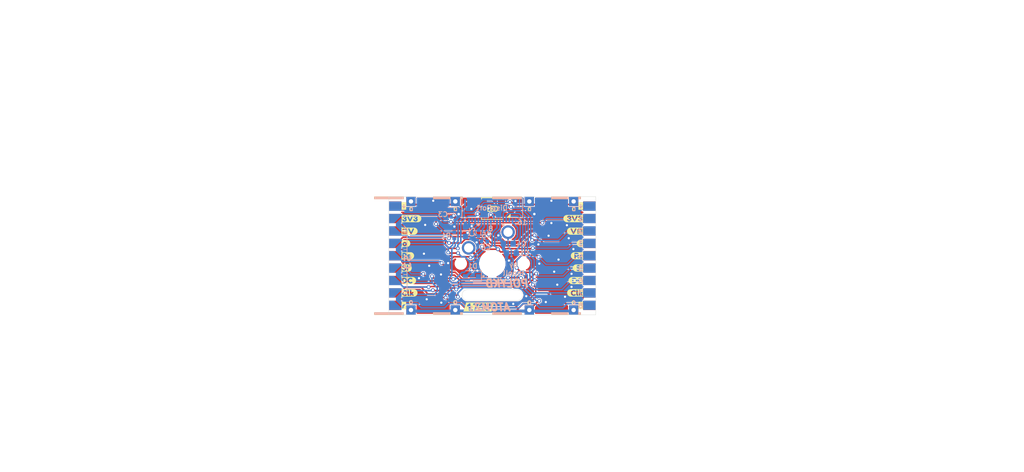
<source format=kicad_pcb>
(kicad_pcb (version 20211014) (generator pcbnew)
  (title_block (title "PolyKB Atom") (date "2022-02-01") (rev "2.1") (company "thpoll"))
  (layers (0 "F.Cu" signal) (31 "B.Cu" signal) (34 "B.Paste" user) (35 "F.Paste" user) (36 "B.SilkS" user "B.Silkscreen") (37 "F.SilkS" user "F.Silkscreen") (38 "B.Mask" user) (39 "F.Mask" user) (44 "Edge.Cuts" user))
  (net 0 "")
  (net 1 "/Keyboard/sheet605ED2EB/GND")
  (net 2 "/Keyboard/sheet605ED2EB/3V3")
  (net 3 "/Keyboard/sheet605ED2EB/4V2")
  (net 4 "Net-(C4-Pad1)")
  (net 5 "Net-(C5-Pad2)")
  (net 6 "Net-(C5-Pad1)")
  (net 7 "Net-(C6-Pad2)")
  (net 8 "Net-(C6-Pad1)")
  (net 9 "/Keyboard/sheet605ED2EB/CS")
  (net 10 "/Keyboard/sheet605ED2EB/RESET")
  (net 11 "/Keyboard/sheet605ED2EB/D-C")
  (net 12 "/Keyboard/sheet605ED2EB/SCLK")
  (net 13 "/Keyboard/sheet605ED2EB/SDIN")
  (net 14 "/Keyboard/sheet605ED2EB/LED_DIN")
  (net 15 "/Keyboard/sheet605ED2EB/5V")
  (net 16 "Net-(D1-Pad2)")
  (net 17 "/Keyboard/sheet605ED2EB/KeyRow")
  (net 18 "/Keyboard/sheet605ED2EB/KeyCol")
  (net 19 "CS8")
  (net 20 "CS7")
  (net 21 "CS6")
  (net 22 "CS5")
  (net 23 "CS4")
  (net 24 "CS3")
  (net 25 "CS2")
  (net 26 "CS1")
  (net 27 "Net-(C1-Pad1)")
  (footprint "poly_kb:AtomConnect2" (layer "F.Cu") (at 86.07425 63.6778 -90)
    (fp_text reference "J3" hide)
    (fp_text value "WestFront")
  )
  (footprint "poly_kb:AtomConnect2" (layer "F.Cu") (at 117.37975 63.6778 -90)
    (fp_text reference "J4" hide)
    (fp_text value "EastFront")
  )
  (footprint "poly_kb:WS2812B-Mini" (layer "F.Cu") (at 101.727 56.0578)
    (fp_text reference "LED1" hide)
    (fp_text value "WS2812B-Mini")
  )
  (footprint "poly_kb:SW_Cherry_MX_1.00u_PCB_NoSilk" (layer "F.Cu") (at 104.267 59.8678)
    (fp_text reference "SW1" hide)
    (fp_text value "SW_Push")
  )
  (footprint "poly_kb:TestPoin_1.5x1.5mm_Drill0.7mm" (layer "F.Cu") (at 107.696 54.9148)
    (fp_text reference "J2" hide)
    (fp_text value "North")
  )
  (footprint "poly_kb:TestPoin_1.5x1.5mm_Drill0.7mm" (layer "F.Cu") (at 95.758 54.9148)
    (fp_text reference "J8" hide)
    (fp_text value "North2")
  )
  (footprint "poly_kb:TestPoin_1.5x1.5mm_Drill0.7mm" (layer "F.Cu") (at 107.696 72.4408)
    (fp_text reference "J9" hide)
    (fp_text value "South2")
  )
  (footprint "poly_kb:TestPoin_1.5x1.5mm_Drill0.7mm" (layer "F.Cu") (at 95.758 72.4408)
    (fp_text reference "J7" hide)
    (fp_text value "South")
  )
  (footprint "kibuzzard-61EFD908" (layer "F.Cu") (at 87.47125 71.7042)
    (fp_text reference "kibuzzard-61EFD908" hide)
    (fp_text value "G***" hide)
  )
  (footprint "kibuzzard-62061ACF" (layer "F.Cu") (at 99.552 71.9528)
    (fp_text reference "kibuzzard-62061ACF" hide)
    (fp_text value "G***" hide)
  )
  (footprint "kibuzzard-61EFBE87" (layer "F.Cu") (at 88.89365 59.7154)
    (fp_text reference "kibuzzard-61EFBE87" hide)
    (fp_text value "G***" hide)
  )
  (footprint "kibuzzard-61EFDAC6" (layer "F.Cu") (at 115.93195 61.6966)
    (fp_text reference "kibuzzard-61EFDAC6" hide)
    (fp_text value "G***" hide)
  )
  (footprint "kibuzzard-61EFBE2C" (layer "F.Cu") (at 88.28405 67.691)
    (fp_text reference "kibuzzard-61EFBE2C" hide)
    (fp_text value "G***" hide)
  )
  (footprint "poly_kb:TestPoin_1.5x1.5mm_Drill0.7mm" (layer "F.Cu") (at 114.83975 54.9148)
    (fp_text reference "J2" hide)
    (fp_text value "North")
  )
  (footprint "kibuzzard-61EFD947" (layer "F.Cu") (at 115.98275 55.6514)
    (fp_text reference "kibuzzard-61EFD947" hide)
    (fp_text value "G***" hide)
  )
  (footprint "kibuzzard-61EFA8F1" (layer "F.Cu") (at 115.06835 69.6722)
    (fp_text reference "kibuzzard-61EFA8F1" hide)
    (fp_text value "G***" hide)
  )
  (footprint "kibuzzard-61EFDAA0" (layer "F.Cu") (at 87.82685 61.6966)
    (fp_text reference "kibuzzard-61EFDAA0" hide)
    (fp_text value "G***" hide)
  )
  (footprint "kibuzzard-61EFD7F9" (layer "F.Cu") (at 115.52555 65.659)
    (fp_text reference "kibuzzard-61EFD7F9" hide)
    (fp_text value "G***" hide)
  )
  (footprint "kibuzzard-61EFD863" (layer "F.Cu") (at 114.76355 57.6834)
    (fp_text reference "kibuzzard-61EFD863" hide)
    (fp_text value "G***" hide)
  )
  (footprint "kibuzzard-61EFD879" (layer "F.Cu") (at 88.70025 57.6906)
    (fp_text reference "kibuzzard-61EFD879" hide)
    (fp_text value "G***" hide)
  )
  (footprint "kibuzzard-61EFD908" (layer "F.Cu") (at 115.98275 71.7042)
    (fp_text reference "kibuzzard-61EFD908" hide)
    (fp_text value "G***" hide)
  )
  (footprint "kibuzzard-61EFACF9" (layer "F.Cu") (at 114.56035 59.7154)
    (fp_text reference "kibuzzard-61EFACF9" hide)
    (fp_text value "G***" hide)
  )
  (footprint "kibuzzard-61EFDAEE" (layer "F.Cu") (at 88.110489 63.677507)
    (fp_text reference "kibuzzard-61EFDAEE" hide)
    (fp_text value "G***" hide)
  )
  (footprint "kibuzzard-61EFBE21" (layer "F.Cu") (at 87.92845 65.659)
    (fp_text reference "kibuzzard-61EFBE21" hide)
    (fp_text value "G***" hide)
  )
  (footprint "poly_kb:TestPoin_1.5x1.5mm_Drill0.7mm" (layer "F.Cu") (at 88.61425 54.9148)
    (fp_text reference "J10" hide)
    (fp_text value "North2")
  )
  (footprint "kibuzzard-61EFABBF" (layer "F.Cu") (at 115.16995 67.691)
    (fp_text reference "kibuzzard-61EFABBF" hide)
    (fp_text value "G***" hide)
  )
  (footprint "kibuzzard-61EFD947" (layer "F.Cu") (at 87.47125 55.6514)
    (fp_text reference "kibuzzard-61EFD947" hide)
    (fp_text value "G***" hide)
  )
  (footprint "poly_kb:TestPoin_1.5x1.5mm_Drill0.7mm" (layer "F.Cu") (at 88.61425 72.4408)
    (fp_text reference "J7" hide)
    (fp_text value "South")
  )
  (footprint "kibuzzard-61EFBE3D" (layer "F.Cu") (at 88.38565 69.6722)
    (fp_text reference "kibuzzard-61EFBE3D" hide)
    (fp_text value "G***" hide)
  )
  (footprint "kibuzzard-61EFAA6D" (layer "F.Cu") (at 115.37315 63.6778)
    (fp_text reference "kibuzzard-61EFAA6D" hide)
    (fp_text value "G***" hide)
  )
  (footprint "poly_kb:TestPoin_1.5x1.5mm_Drill0.7mm" (layer "F.Cu") (at 114.83975 72.4408)
    (fp_text reference "J9" hide)
    (fp_text value "South2")
  )
  (footprint "Capacitor_SMD:C_0603_1608Metric" (layer "B.Cu") (at 104.802 63.2528 180)
    (fp_text reference "C1")
    (fp_text value "2.2uF")
  )
  (footprint "Capacitor_SMD:C_0603_1608Metric" (layer "B.Cu") (at 97.409 59.8046 90)
    (fp_text reference "C2")
    (fp_text value "2.2uF")
  )
  (footprint "Capacitor_SMD:C_0402_1005Metric" (layer "B.Cu") (at 95.123 56.9468 90)
    (fp_text reference "C3" hide)
    (fp_text value "1uF")
  )
  (footprint "Capacitor_SMD:C_0603_1608Metric" (layer "B.Cu") (at 104.302 61.7528 180)
    (fp_text reference "C4")
    (fp_text value "4.7uF")
  )
  (footprint "Capacitor_SMD:C_0402_1005Metric" (layer "B.Cu") (at 99.4918 60.0176 90)
    (fp_text reference "C5")
    (fp_text value "1uF")
  )
  (footprint "Capacitor_SMD:C_0402_1005Metric" (layer "B.Cu") (at 100.457 61.3918)
    (fp_text reference "C6")
    (fp_text value "1uF")
  )
  (footprint "poly_kb:D_SOD-323Ext" (layer "B.Cu") (at 98.425 66.9528 180)
    (fp_text reference "D1")
    (fp_text value "D_Small")
  )
  (footprint "poly_kb:FPC_16_JUSHUO_AFC05_S16FIA_00" (layer "B.Cu") (at 101.727 57.9628)
    (fp_text reference "J1" hide)
    (fp_text value "Conn_01x16")
  )
  (footprint "poly_kb:AtomConnect2" (layer "B.Cu") (at 117.37975 63.6778 -90)
    (fp_text reference "J6" hide)
    (fp_text value "EastBack")
  )
  (footprint "poly_kb:AtomConnectCS" (layer "B.Cu") (at 86.07425 63.6778 -90)
    (fp_text reference "J5" hide)
    (fp_text value "WestBack")
  )
  (footprint "Resistor_SMD:R_0402_1005Metric" (layer "B.Cu") (at 95.602 60.3906 -90)
    (fp_text reference "R1")
    (fp_text value "1M")
  )
  (gr_poly (pts (xy 106.4895 73.2282) (xy 101.727 73.2282) (xy 101.727 72.7964) (xy 106.4895 72.7964)) (layer "B.SilkS") (width 0) (fill solid))
  (gr_poly (pts (xy 94.9706 54.5608) (xy 92.1766 54.5608) (xy 92.1766 54.1274) (xy 94.9706 54.1274)) (layer "B.SilkS") (width 0) (fill solid))
  (gr_poly (pts (xy 96.9645 54.5608) (xy 96.5454 54.5608) (xy 96.5454 54.1274) (xy 96.9645 54.1274)) (layer "B.SilkS") (width 0) (fill solid))
  (gr_poly (pts (xy 96.9645 73.2282) (xy 96.5454 73.2282) (xy 96.5454 72.8091) (xy 96.9645 72.8091)) (layer "B.SilkS") (width 0) (fill solid))
  (gr_poly (pts (xy 94.9706 73.2282) (xy 92.202 73.2282) (xy 92.202 72.788864) (xy 94.9706 72.788864)) (layer "B.SilkS") (width 0) (fill solid))
  (gr_line (start 115.98275 55.3466) (end 115.98275 55.7022) (layer "B.SilkS") (width 0.12))
  (gr_line (start 87.97925 63.4238) (end 87.97925 59.3598) (layer "B.SilkS") (width 0.12))
  (gr_line (start 103.502 58.4778) (end 103.502 58.9278) (layer "B.SilkS") (width 0.12))
  (gr_line (start 87.47125 66.7258) (end 87.97925 66.7258) (layer "B.SilkS") (width 0.12))
  (gr_line (start 103.327 58.7528) (end 103.677 58.7528) (layer "B.SilkS") (width 0.12))
  (gr_line (start 87.47125 55.3466) (end 87.47125 55.7022) (layer "B.SilkS") (width 0.12))
  (gr_line (start 87.97925 69.5198) (end 87.47125 70.0278) (layer "B.SilkS") (width 0.12))
  (gr_line (start 87.47125 55.7022) (end 87.21725 55.7022) (layer "B.SilkS") (width 0.12))
  (gr_line (start 99.302 58.7528) (end 99.652 58.7528) (layer "B.SilkS") (width 0.12))
  (gr_line (start 115.93195 56.007) (end 116.03355 56.007) (layer "B.SilkS") (width 0.12))
  (gr_line (start 87.47125 55.7022) (end 87.72525 55.7022) (layer "B.SilkS") (width 0.12))
  (gr_line (start 99.402 58.7028) (end 99.552 58.7028) (layer "B.SilkS") (width 0.12))
  (gr_line (start 103.427 58.7028) (end 103.577 58.7028) (layer "B.SilkS") (width 0.12))
  (gr_line (start 99.477 58.4778) (end 99.302 58.7528) (layer "B.SilkS") (width 0.12))
  (gr_line (start 103.677 58.7528) (end 103.502 58.4778) (layer "B.SilkS") (width 0.12))
  (gr_line (start 115.98275 55.7022) (end 116.23675 55.7022) (layer "B.SilkS") (width 0.12))
  (gr_line (start 115.98275 55.7022) (end 115.72875 55.7022) (layer "B.SilkS") (width 0.12))
  (gr_poly (pts (xy 116.0145 54.5608) (xy 115.5954 54.5608) (xy 115.5954 54.1274) (xy 116.0145 54.1274)) (layer "B.SilkS") (width 0) (fill solid))
  (gr_poly (pts (xy 106.4895 54.5608) (xy 101.727 54.5608) (xy 101.727 54.1274) (xy 106.4895 54.1274)) (layer "B.SilkS") (width 0) (fill solid))
  (gr_line (start 87.31885 55.8546) (end 87.62365 55.8546) (layer "B.SilkS") (width 0.12))
  (gr_line (start 87.47125 62.6618) (end 87.97925 62.6618) (layer "B.SilkS") (width 0.12))
  (gr_poly (pts (xy 87.4395 54.5608) (xy 82.677 54.5608) (xy 82.677 54.1274) (xy 87.4395 54.1274)) (layer "B.SilkS") (width 0) (fill solid))
  (gr_line (start 99.652 58.7528) (end 99.477 58.4778) (layer "B.SilkS") (width 0.12))
  (gr_line (start 87.97925 65.9638) (end 87.97925 69.5198) (layer "B.SilkS") (width 0.12))
  (gr_poly (pts (xy 87.4395 73.2282) (xy 82.677 73.2282) (xy 82.677 72.7964) (xy 87.4395 72.7964)) (layer "B.SilkS") (width 0) (fill solid))
  (gr_line (start 103.502 58.4778) (end 103.327 58.7528) (layer "B.SilkS") (width 0.12))
  (gr_line (start 101.477 58.6528) (end 101.477 58.4778) (layer "B.SilkS") (width 0.12))
  (gr_poly (pts (xy 114.0206 73.2282) (xy 111.252 73.2282) (xy 111.252 72.788864) (xy 114.0206 72.788864)) (layer "B.SilkS") (width 0) (fill solid))
  (gr_line (start 87.97925 59.3598) (end 87.47125 58.8518) (layer "B.SilkS") (width 0.12))
  (gr_poly (pts (xy 116.0145 73.2282) (xy 115.5954 73.2282) (xy 115.5954 72.8091) (xy 116.0145 72.8091)) (layer "B.SilkS") (width 0) (fill solid))
  (gr_line (start 115.83035 55.8546) (end 116.13515 55.8546) (layer "B.SilkS") (width 0.12))
  (gr_line (start 99.477 58.4778) (end 99.477 58.9278) (layer "B.SilkS") (width 0.12))
  (gr_line (start 87.42045 56.007) (end 87.52205 56.007) (layer "B.SilkS") (width 0.12))
  (gr_poly (pts (xy 114.0206 54.5608) (xy 111.2266 54.5608) (xy 111.2266 54.1274) (xy 114.0206 54.1274)) (layer "B.SilkS") (width 0) (fill solid))
  (gr_poly (pts (xy 106.4895 54.5608) (xy 101.727 54.5608) (xy 101.727 54.1274) (xy 106.4895 54.1274)) (layer "F.SilkS") (width 0) (fill solid))
  (gr_line (start 87.64905 59.2582) (end 87.64905 59.309) (layer "F.SilkS") (width 0.12))
  (gr_line (start 115.37315 59.2074) (end 115.37315 60.2234) (layer "F.SilkS") (width 0.135))
  (gr_line (start 116.28755 59.2074) (end 116.28755 60.2234) (layer "F.SilkS") (width 0.135))
  (gr_line (start 115.85575 59.309) (end 115.80495 59.309) (layer "F.SilkS") (width 0.12))
  (gr_line (start 115.85575 59.2582) (end 115.85575 59.309) (layer "F.SilkS") (width 0.12))
  (gr_line (start 87.90305 59.309) (end 87.90305 59.2074) (layer "F.SilkS") (width 0.12))
  (gr_poly (pts (xy 114.0206 73.2282) (xy 111.2266 73.2282) (xy 111.2266 72.8218) (xy 114.0206 72.8218)) (layer "F.SilkS") (width 0) (fill solid))
  (gr_line (start 115.55095 59.309) (end 115.55095 59.2074) (layer "F.SilkS") (width 0.12))
  (gr_line (start 87.16645 59.2074) (end 88.13165 59.2074) (layer "F.SilkS") (width 0.135))
  (gr_line (start 87.59825 59.309) (end 87.59825 59.2582) (layer "F.SilkS") (width 0.12))
  (gr_line (start 88.05545 59.309) (end 87.90305 59.309) (layer "F.SilkS") (width 0.12))
  (gr_poly (pts (xy 87.4395 54.5608) (xy 82.677 54.5608) (xy 82.677 54.1274) (xy 87.4395 54.1274)) (layer "F.SilkS") (width 0) (fill solid))
  (gr_poly (pts (xy 114.0206 54.5608) (xy 111.2266 54.5608) (xy 111.2266 54.1274) (xy 114.0206 54.1274)) (layer "F.SilkS") (width 0) (fill solid))
  (gr_line (start 88.13165 60.2234) (end 87.16645 60.2234) (layer "F.SilkS") (width 0.135))
  (gr_line (start 87.21725 59.309) (end 87.34425 59.309) (layer "F.SilkS") (width 0.12))
  (gr_line (start 115.60175 59.563) (end 116.05895 59.563) (layer "F.SilkS") (width 0.12))
  (gr_line (start 87.16645 59.2074) (end 87.16645 60.2234) (layer "F.SilkS") (width 0.135))
  (gr_line (start 116.26215 59.309) (end 116.10975 59.309) (layer "F.SilkS") (width 0.12))
  (gr_poly (pts (xy 96.9645 54.5608) (xy 96.5454 54.5608) (xy 96.5454 54.1274) (xy 96.9645 54.1274)) (layer "F.SilkS") (width 0) (fill solid))
  (gr_line (start 87.39505 59.563) (end 87.85225 59.563) (layer "F.SilkS") (width 0.12))
  (gr_line (start 87.39505 59.9694) (end 87.85225 59.9694) (layer "F.SilkS") (width 0.12))
  (gr_poly (pts (xy 94.9706 54.5608) (xy 92.1766 54.5608) (xy 92.1766 54.1274) (xy 94.9706 54.1274)) (layer "F.SilkS") (width 0) (fill solid))
  (gr_line (start 116.05895 59.7662) (end 115.60175 59.7662) (layer "F.SilkS") (width 0.12))
  (gr_line (start 116.10975 59.309) (end 116.10975 59.2074) (layer "F.SilkS") (width 0.12))
  (gr_line (start 87.64905 59.309) (end 87.59825 59.309) (layer "F.SilkS") (width 0.12))
  (gr_line (start 116.28755 60.2234) (end 115.32235 60.2234) (layer "F.SilkS") (width 0.135))
  (gr_line (start 115.42395 59.309) (end 115.55095 59.309) (layer "F.SilkS") (width 0.12))
  (gr_line (start 87.85225 59.7662) (end 87.39505 59.7662) (layer "F.SilkS") (width 0.12))
  (gr_poly (pts (xy 96.9645 73.2282) (xy 96.5454 73.2282) (xy 96.5454 72.8218) (xy 96.9645 72.8218)) (layer "F.SilkS") (width 0) (fill solid))
  (gr_line (start 87.34425 59.309) (end 87.34425 59.2074) (layer "F.SilkS") (width 0.12))
  (gr_poly (pts (xy 106.4895 73.2282) (xy 101.727 73.2282) (xy 101.727 72.8218) (xy 106.4895 72.8218)) (layer "F.SilkS") (width 0) (fill solid))
  (gr_line (start 115.60175 59.9694) (end 116.05895 59.9694) (layer "F.SilkS") (width 0.12))
  (gr_poly (pts (xy 116.0145 73.2282) (xy 115.5954 73.2282) (xy 115.5954 72.8218) (xy 116.0145 72.8218)) (layer "F.SilkS") (width 0) (fill solid))
  (gr_line (start 88.08085 59.2074) (end 88.08085 60.2234) (layer "F.SilkS") (width 0.135))
  (gr_poly (pts (xy 116.0145 54.5608) (xy 115.5954 54.5608) (xy 115.5954 54.1274) (xy 116.0145 54.1274)) (layer "F.SilkS") (width 0) (fill solid))
  (gr_line (start 115.80495 59.309) (end 115.80495 59.2582) (layer "F.SilkS") (width 0.12))
  (gr_line (start 115.32235 59.2074) (end 116.28755 59.2074) (layer "F.SilkS") (width 0.135))
  (gr_poly (pts (xy 87.4395 73.2282) (xy 82.677 73.2282) (xy 82.677 72.8218) (xy 87.4395 72.8218)) (layer "F.SilkS") (width 0) (fill solid))
  (gr_poly (pts (xy 94.9706 73.2282) (xy 92.1766 73.2282) (xy 92.1766 72.8218) (xy 94.9706 72.8218)) (layer "F.SilkS") (width 0) (fill solid))
  (gr_line (start 118.39575 54.1528) (end 85.05825 54.1528) (layer "Edge.Cuts") (width 0.05))
  (gr_line (start 85.05825 54.1528) (end 85.05825 73.2028) (layer "Edge.Cuts") (width 0.05))
  (gr_line (start 118.39575 54.1528) (end 118.39575 73.2028) (layer "Edge.Cuts") (width 0.05))
  (gr_line (start 118.39575 73.2028) (end 85.05825 73.2028) (layer "Edge.Cuts") (width 0.05))
  (gr_arc (start 105.718 69.1388) (mid 106.607 70.0278) (end 105.718 70.9168) (layer "Edge.Cuts") (width 0.05))
  (gr_line (start 105.718 69.1388) (end 97.736 69.1388) (layer "Edge.Cuts") (width 0.05))
  (gr_arc (start 97.736 70.9168) (mid 96.847 70.0278) (end 97.736 69.1388) (layer "Edge.Cuts") (width 0.05))
  (gr_line (start 105.718 70.9168) (end 97.736 70.9168) (layer "Edge.Cuts") (width 0.05))
  (gr_text "ATOM2" (at 101.7778 71.9963) (layer "B.SilkS") (effects (font (size 1.2 1.2) (thickness 0.3) italic) (justify mirror)))
  (gr_text "1" (at 115.98275 57.7088) (layer "B.SilkS") (effects (font (size 0.8 0.8) (thickness 0.153)) (justify mirror)))
  (gr_text "c" (at 95.7834 71.12) (layer "B.SilkS") (effects (font (size 0.8 0.8) (thickness 0.153)) (justify mirror)))
  (gr_text "c" (at 107.7214 71.1454) (layer "B.SilkS") (effects (font (size 0.8 0.8) (thickness 0.153)) (justify mirror)))
  (gr_text "c" (at 95.7834 56.0578) (layer "B.SilkS") (effects (font (size 0.8 0.8) (thickness 0.153)) (justify mirror)))
  (gr_text ".1" (at 98.5012 72.2503) (layer "B.SilkS") (effects (font (size 0.8 0.8) (thickness 0.153)) (justify mirror)))
  (gr_text "4" (at 115.98275 63.741299) (layer "B.SilkS") (effects (font (size 0.8 0.8) (thickness 0.153)) (justify mirror)))
  (gr_text "POLYKB" (at 104.14 68.1482) (layer "B.SilkS") (effects (font (size 1.2 1.2) (thickness 0.3) italic) (justify mirror)))
  (gr_text "c" (at 88.63965 56.0578) (layer "B.SilkS") (effects (font (size 0.8 0.8) (thickness 0.153)) (justify mirror)))
  (gr_text "." (at 100.302 66.5028) (layer "B.SilkS") (effects (font (size 1.2 1.2) (thickness 0.25)) (justify mirror)))
  (gr_text "2" (at 115.98275 59.719633) (layer "B.SilkS") (effects (font (size 0.8 0.8) (thickness 0.153)) (justify mirror)))
  (gr_text "c" (at 114.86515 56.0578) (layer "B.SilkS") (effects (font (size 0.8 0.8) (thickness 0.153)) (justify mirror)))
  (gr_text "5" (at 115.98275 65.752132) (layer "B.SilkS") (effects (font (size 0.8 0.8) (thickness 0.153)) (justify mirror)))
  (gr_text "6" (at 115.98275 67.762965) (layer "B.SilkS") (effects (font (size 0.8 0.8) (thickness 0.153)) (justify mirror)))
  (gr_text "by\nthpoll" (at 105.156 65.8368) (layer "B.SilkS") (effects (font (size 0.8 0.8)) (justify mirror)))
  (gr_text "8" (at 101.477 59.3278) (layer "B.SilkS") (effects (font (size 0.8 0.8) (thickness 0.153)) (justify mirror)))
  (gr_text "16" (at 106.527 58.2778) (layer "B.SilkS") (effects (font (size 0.8 0.8) (thickness 0.153)) (justify mirror)))
  (gr_text "C3" (at 93.752 57.0028) (layer "B.SilkS") (effects (font (size 0.8 0.8)) (justify mirror)))
  (gr_text "c" (at 107.7214 56.0578) (layer "B.SilkS") (effects (font (size 0.8 0.8) (thickness 0.153)) (justify mirror)))
  (gr_text "c" (at 88.63965 71.12) (layer "B.SilkS") (effects (font (size 0.8 0.8) (thickness 0.153)) (justify mirror)))
  (gr_text "DispPort" (at 101.6762 55.9562) (layer "B.SilkS") (effects (font (size 0.8 0.8) (thickness 0.153)) (justify mirror)))
  (gr_text "3" (at 115.98275 61.730466) (layer "B.SilkS") (effects (font (size 0.8 0.8) (thickness 0.153)) (justify mirror)))
  (gr_text "CS" (at 87.97925 64.6938 270) (layer "B.SilkS") (effects (font (size 1 1.2) (thickness 0.25)) (justify mirror)))
  (gr_text "." (at 97.352 57.5278) (layer "B.SilkS") (effects (font (size 1.2 1.2) (thickness 0.25)) (justify mirror)))
  (gr_text "c" (at 114.86515 71.1454) (layer "B.SilkS") (effects (font (size 0.8 0.8) (thickness 0.153)) (justify mirror)))
  (gr_text "8" (at 115.98275 71.755) (layer "B.SilkS") (effects (font (size 0.8 0.8) (thickness 0.153)) (justify mirror)))
  (gr_text "7" (at 115.98275 69.7738) (layer "B.SilkS") (effects (font (size 0.8 0.8) (thickness 0.153)) (justify mirror)))
  (gr_text "c" (at 95.7326 71.0946) (layer "F.SilkS") (effects (font (size 0.8 0.8) (thickness 0.153))))
  (gr_text "c" (at 107.7214 56.0578) (layer "F.SilkS") (effects (font (size 0.8 0.8) (thickness 0.153))))
  (gr_text "c" (at 107.6706 71.1454) (layer "F.SilkS") (effects (font (size 0.8 0.8) (thickness 0.153))))
  (gr_text "c" (at 88.63965 56.0578) (layer "F.SilkS") (effects (font (size 0.8 0.8) (thickness 0.153))))
  (gr_text "E" (at 101.727 56.134) (layer "F.SilkS") (effects (font (size 0.8 0.8))))
  (gr_text "c" (at 88.58885 71.0946) (layer "F.SilkS") (effects (font (size 0.8 0.8) (thickness 0.153))))
  (gr_text "D" (at 102.3112 56.134) (layer "F.SilkS") (effects (font (size 0.8 0.8))))
  (gr_text "L" (at 101.1428 56.134) (layer "F.SilkS") (effects (font (size 0.8 0.8))))
  (gr_text "c" (at 114.86515 56.0578) (layer "F.SilkS") (effects (font (size 0.8 0.8) (thickness 0.153))))
  (gr_text "c" (at 95.7834 56.0578) (layer "F.SilkS") (effects (font (size 0.8 0.8) (thickness 0.153))))
  (gr_text "c" (at 114.81435 71.1454) (layer "F.SilkS") (effects (font (size 0.8 0.8) (thickness 0.153))))
  (segment (start 98.407521 56.0578) (end 98.34306 56.122261) (width 0.5) (layer "F.Cu") (net 1))
  (segment (start 101.092 56.0578) (end 98.407521 56.0578) (width 0.5) (layer "F.Cu") (net 1))
  (segment (start 95.662917 58.91646) (end 95.585745 58.993632) (width 0.2921) (layer "F.Cu") (net 1))
  (segment (start 101.490858 56.0578) (end 102.581996 57.148938) (width 0.5) (layer "F.Cu") (net 1))
  (segment (start 98.405358 58.91646) (end 95.662917 58.91646) (width 0.2921) (layer "F.Cu") (net 1))
  (segment (start 102.581996 57.148938) (end 108.305862 57.148938) (width 0.5) (layer "F.Cu") (net 1))
  (segment (start 101.092 56.0578) (end 101.490858 56.0578) (width 0.5) (layer "F.Cu") (net 1))
  (segment (start 98.405358 58.91646) (end 101.21566 58.91646) (width 0.2921) (layer "F.Cu") (net 1))
  (segment (start 101.21566 58.91646) (end 102.702 60.4028) (width 0.2921) (layer "F.Cu") (net 1))
  (segment (start 97.640496 56.824825) (end 98.34306 56.122261) (width 0.5) (layer "F.Cu") (net 1))
  (segment (start 96.503206 56.824825) (end 97.640496 56.824825) (width 0.5) (layer "F.Cu") (net 1))
  (segment (start 108.305862 57.148938) (end 108.502 56.9528) (width 0.5) (layer "F.Cu") (net 1))
  (via (at 109.302 64.9528) (size 0.6096) (drill 0.3556) (layers "F.Cu" "B.Cu") (net 1))
  (via (at 110.802 60.4528) (size 0.6096) (drill 0.3556) (layers "F.Cu" "B.Cu") (net 1))
  (via (at 99.202 61.521322) (size 0.6096) (drill 0.3556) (layers "F.Cu" "B.Cu") (net 1))
  (via (at 110.352 71.1528) (size 0.6096) (drill 0.3556) (layers "F.Cu" "B.Cu") (net 1))
  (via (at 92.202 54.8028) (size 0.6096) (drill 0.3556) (layers "F.Cu" "B.Cu") (net 1))
  (via (at 104.394 64.4652) (size 0.6096) (drill 0.3556) (layers "F.Cu" "B.Cu") (net 1))
  (via (at 94.602 64.8641) (size 0.6096) (drill 0.3556) (layers "F.Cu" "B.Cu") (net 1))
  (via (at 93.452 66.7028) (size 0.6096) (drill 0.3556) (layers "F.Cu" "B.Cu") (net 1))
  (via (at 113.752 58.7528) (size 0.6096) (drill 0.3556) (layers "F.Cu" "B.Cu") (net 1))
  (via (at 93.502 71.2528) (size 0.6096) (drill 0.3556) (layers "F.Cu" "B.Cu") (net 1))
  (via (at 113.452 70.3028) (size 0.6096) (drill 0.3556) (layers "F.Cu" "B.Cu") (net 1))
  (via (at 101.092 56.0578) (size 0.6096) (drill 0.3556) (layers "F.Cu" "B.Cu") (net 1))
  (via (at 111.252 54.8028) (size 0.6096) (drill 0.3556) (layers "F.Cu" "B.Cu") (net 1))
  (via (at 90.902 58.7028) (size 0.6096) (drill 0.3556) (layers "F.Cu" "B.Cu") (net 1))
  (via (at 98.405358 58.91646) (size 0.6096) (drill 0.3556) (layers "F.Cu" "B.Cu") (net 1))
  (via (at 108.502 56.9528) (size 0.8) (drill 0.4) (layers "F.Cu" "B.Cu") (net 1))
  (via (at 91.152 70.7028) (size 0.6096) (drill 0.3556) (layers "F.Cu" "B.Cu") (net 1))
  (via (at 114.052 60.8528) (size 0.6096) (drill 0.3556) (layers "F.Cu" "B.Cu") (net 1))
  (via (at 105.452 54.8528) (size 0.6096) (drill 0.3556) (layers "F.Cu" "B.Cu") (net 1))
  (via (at 107.202 70.2028) (size 0.6096) (drill 0.3556) (layers "F.Cu" "B.Cu") (net 1))
  (via (at 111.702 66.2528) (size 0.6096) (drill 0.3556) (layers "F.Cu" "B.Cu") (net 1))
  (via (at 111.252 58.4028) (size 0.6096) (drill 0.3556) (layers "F.Cu" "B.Cu") (net 1))
  (via (at 102.702 60.4028) (size 0.6096) (drill 0.3556) (layers "F.Cu" "B.Cu") (net 1))
  (via (at 114.502 68.7028) (size 0.6096) (drill 0.3556) (layers "F.Cu" "B.Cu") (net 1))
  (via (at 91.552 65.3028) (size 0.6096) (drill 0.3556) (layers "F.Cu" "B.Cu") (net 1))
  (via (at 98.34306 56.122261) (size 0.6096) (drill 0.3556) (layers "F.Cu" "B.Cu") (net 1))
  (via (at 89.902 67.3028) (size 0.6096) (drill 0.3556) (layers "F.Cu" "B.Cu") (net 1))
  (via (at 114.502 66.6028) (size 0.6096) (drill 0.3556) (layers "F.Cu" "B.Cu") (net 1))
  (via (at 114.802 62.6028) (size 0.6096) (drill 0.3556) (layers "F.Cu" "B.Cu") (net 1))
  (via (at 112.202 68.3528) (size 0.6096) (drill 0.3556) (layers "F.Cu" "B.Cu") (net 1))
  (via (at 109.152 61.8528) (size 0.6096) (drill 0.3556) (layers "F.Cu" "B.Cu") (net 1))
  (via (at 95.607733 58.9711) (size 0.6096) (drill 0.3556) (layers "F.Cu" "B.Cu") (net 1))
  (via (at 96.302 56.9547) (size 0.8) (drill 0.4) (layers "F.Cu" "B.Cu") (net 1))
  (via (at 112.402 64.3028) (size 0.6096) (drill 0.3556) (layers "F.Cu" "B.Cu") (net 1))
  (via (at 99.314 66.0908) (size 0.6096) (drill 0.3556) (layers "F.Cu" "B.Cu") (net 1))
  (via (at 90.702 63.3528) (size 0.6096) (drill 0.3556) (layers "F.Cu" "B.Cu") (net 1))
  (via (at 105.102 71.4528) (size 0.6096) (drill 0.3556) (layers "F.Cu" "B.Cu") (net 1))
  (segment (start 102.702 60.7528) (end 102.702 60.4028) (width 0.5) (layer "B.Cu") (net 1))
  (segment (start 95.702 58.1028) (end 96.252 57.5528) (width 0.2921) (layer "B.Cu") (net 1))
  (segment (start 103.527 61.6458) (end 103.527 61.5778) (width 0.5) (layer "B.Cu") (net 1))
  (segment (start 98.452 60.7838) (end 99.187 61.5188) (width 0.2921) (layer "B.Cu") (net 1))
  (segment (start 96.252 57.5528) (end 96.252 57.0047) (width 0.2921) (layer "B.Cu") (net 1))
  (segment (start 86.32825 55.6778) (end 86.83525 56.1848) (width 0.5) (layer "B.Cu") (net 1))
  (segment (start 95.23199 56.1848) (end 87.434 56.1848) (width 0.5) (layer "B.Cu") (net 1))
  (segment (start 87.434 56.1848) (end 86.927 55.6778) (width 0.5) (layer "B.Cu") (net 1))
  (segment (start 116.477 55.6778) (end 117.37975 55.6778) (width 0.5) (layer "B.Cu") (net 1))
  (segment (start 103.527 61.5778) (end 102.702 60.7528) (width 0.5) (layer "B.Cu") (net 1))
  (segment (start 103.5242 62.681) (end 103.5242 61.6458) (width 0.5) (layer "B.Cu") (net 1))
  (segment (start 98.977 58.4778) (end 98.53834 58.91646) (width 0.2921) (layer "B.Cu") (net 1))
  (segment (start 97.409 58.8388) (end 97.61881 58.8388) (width 0.2921) (layer "B.Cu") (net 1))
  (segment (start 95.585745 58.993632) (end 95.702 58.877377) (width 0.2921) (layer "B.Cu") (net 1))
  (segment (start 97.977 57.9628) (end 97.977 58.48061) (width 0.2921) (layer "B.Cu") (net 1))
  (segment (start 108.502 56.9528) (end 115.202 56.9528) (width 0.5) (layer "B.Cu") (net 1))
  (segment (start 98.452 58.963102) (end 98.452 60.7838) (width 0.2921) (layer "B.Cu") (net 1))
  (segment (start 115.202 56.9528) (end 116.477 55.6778) (width 0.5) (layer "B.Cu") (net 1))
  (segment (start 95.23199 56.1848) (end 95.23199 56.35781) (width 0.5) (layer "B.Cu") (net 1))
  (segment (start 96.302 56.623619) (end 96.302 56.9547) (width 0.5) (layer "B.Cu") (net 1))
  (segment (start 95.23199 56.1848) (end 95.863181 56.1848) (width 0.5) (layer "B.Cu") (net 1))
  (segment (start 97.977 58.48061) (end 98.405358 58.908968) (width 0.2921) (layer "B.Cu") (net 1))
  (segment (start 95.23199 56.35781) (end 95.123 56.4668) (width 0.5) (layer "B.Cu") (net 1))
  (segment (start 98.405358 58.91646) (end 98.452 58.963102) (width 0.2921) (layer "B.Cu") (net 1))
  (segment (start 96.252 57.0047) (end 96.302 56.9547) (width 0.2921) (layer "B.Cu") (net 1))
  (segment (start 98.53834 58.91646) (end 98.405358 58.91646) (width 0.2921) (layer "B.Cu") (net 1))
  (segment (start 104.013 63.1698) (end 103.5242 62.681) (width 0.5) (layer "B.Cu") (net 1))
  (segment (start 98.405358 58.908968) (end 98.405358 58.91646) (width 0.2921) (layer "B.Cu") (net 1))
  (segment (start 97.61881 58.8388) (end 97.977 58.48061) (width 0.2921) (layer "B.Cu") (net 1))
  (segment (start 86.927 55.6778) (end 86.07425 55.6778) (width 0.5) (layer "B.Cu") (net 1))
  (segment (start 98.977 57.9628) (end 98.977 58.4778) (width 0.2921) (layer "B.Cu") (net 1))
  (segment (start 95.702 58.877377) (end 95.702 58.1028) (width 0.2921) (layer "B.Cu") (net 1))
  (segment (start 95.863181 56.1848) (end 96.302 56.623619) (width 0.5) (layer "B.Cu") (net 1))
  (segment (start 96.014089 57.800849) (end 95.490562 57.277322) (width 0.5) (layer "F.Cu") (net 2))
  (segment (start 101.473 57.0738) (end 101.473 57.5818) (width 0.5) (layer "F.Cu") (net 2))
  (segment (start 93.952 57.7028) (end 92.652 57.7028) (width 0.25) (layer "F.Cu") (net 2))
  (segment (start 94.675312 57.229488) (end 95.490562 57.229488) (width 0.5) (layer "F.Cu") (net 2))
  (segment (start 109.509274 57.646099) (end 109.354524 57.800849) (width 0.5) (layer "F.Cu") (net 2))
  (segment (start 101.618511 57.727311) (end 101.327489 57.727311) (width 0.5) (layer "F.Cu") (net 2))
  (segment (start 101.473 57.5818) (end 101.327489 57.727311) (width 0.5) (layer "F.Cu") (net 2))
  (segment (start 92.652 57.7028) (end 92.652 58.5528) (width 0.25) (layer "F.Cu") (net 2))
  (segment (start 95.490562 57.277322) (end 95.490562 57.229488) (width 0.5) (layer "F.Cu") (net 2))
  (segment (start 117.348049 57.646099) (end 109.509274 57.646099) (width 0.5) (layer "F.Cu") (net 2))
  (segment (start 117.37975 57.6778) (end 117.348049 57.646099) (width 0.5) (layer "F.Cu") (net 2))
  (segment (start 101.473 57.5818) (end 101.618511 57.727311) (width 0.5) (layer "F.Cu") (net 2))
  (segment (start 94.227 57.6778) (end 94.675312 57.229488) (width 0.5) (layer "F.Cu") (net 2))
  (segment (start 109.354524 57.800849) (end 96.014089 57.800849) (width 0.5) (layer "F.Cu") (net 2))
  (segment (start 86.07425 57.6778) (end 94.227 57.6778) (width 0.5) (layer "F.Cu") (net 2))
  (segment (start 101.327489 57.727311) (end 101.277489 57.777311) (width 0.5) (layer "F.Cu") (net 2))
  (via (at 92.652 58.5528) (size 0.6096) (drill 0.3556) (layers "F.Cu" "B.Cu") (net 2))
  (via (at 101.473 57.0738) (size 0.6096) (drill 0.3556) (layers "F.Cu" "B.Cu") (net 2))
  (via (at 95.490562 57.229488) (size 0.6096) (drill 0.3556) (layers "F.Cu" "B.Cu") (net 2))
  (segment (start 95.601043 59.879643) (end 93.978843 59.879643) (width 0.25) (layer "B.Cu") (net 2))
  (segment (start 95.602 59.8806) (end 95.601043 59.879643) (width 0.25) (layer "B.Cu") (net 2))
  (segment (start 101.977 57.9628) (end 101.977 57.2778) (width 0.3) (layer "B.Cu") (net 2))
  (segment (start 95.123 57.4268) (end 95.29325 57.4268) (width 0.3) (layer "B.Cu") (net 2))
  (segment (start 95.29325 57.4268) (end 95.490562 57.229488) (width 0.3) (layer "B.Cu") (net 2))
  (segment (start 93.978843 59.879643) (end 92.652 58.5528) (width 0.25) (layer "B.Cu") (net 2))
  (segment (start 101.773 57.0738) (end 101.473 57.0738) (width 0.3) (layer "B.Cu") (net 2))
  (segment (start 101.977 57.2778) (end 101.773 57.0738) (width 0.3) (layer "B.Cu") (net 2))
  (segment (start 102.002089 61.109501) (end 103.258701 61.109501) (width 0.5) (layer "F.Cu") (net 3))
  (segment (start 103.702 61.5528) (end 105.9919 61.5528) (width 0.5) (layer "F.Cu") (net 3))
  (segment (start 107.8669 59.6778) (end 117.37975 59.6778) (width 0.5) (layer "F.Cu") (net 3))
  (segment (start 101.128688 60.2361) (end 100.895388 60.0028) (width 0.5) (layer "F.Cu") (net 3))
  (segment (start 86.39925 60.0028) (end 86.07425 59.6778) (width 0.5) (layer "F.Cu") (net 3))
  (segment (start 103.258701 61.109501) (end 103.702 61.5528) (width 0.5) (layer "F.Cu") (net 3))
  (segment (start 101.128688 60.2361) (end 102.002089 61.109501) (width 0.5) (layer "F.Cu") (net 3))
  (segment (start 100.895388 60.0028) (end 86.39925 60.0028) (width 0.5) (layer "F.Cu") (net 3))
  (segment (start 105.9919 61.5528) (end 107.8669 59.6778) (width 0.5) (layer "F.Cu") (net 3))
  (via (at 101.128688 60.2361) (size 0.6096) (drill 0.3556) (layers "F.Cu" "B.Cu") (net 3))
  (via (at 97.752 60.0028) (size 0.6096) (drill 0.3556) (layers "F.Cu" "B.Cu") (net 3))
  (segment (start 101.477 57.9628) (end 101.477 59.571705) (width 0.3) (layer "B.Cu") (net 3))
  (segment (start 101.128688 59.920017) (end 101.128688 60.2361) (width 0.3) (layer "B.Cu") (net 3))
  (segment (start 97.409 60.3888) (end 97.752 60.0458) (width 0.3) (layer "B.Cu") (net 3))
  (segment (start 97.752 60.0458) (end 97.752 60.0028) (width 0.3) (layer "B.Cu") (net 3))
  (segment (start 101.477 59.571705) (end 101.128688 59.920017) (width 0.3) (layer "B.Cu") (net 3))
  (segment (start 104.977 58.3486) (end 104.977 57.9628) (width 0.254) (layer "B.Cu") (net 4))
  (segment (start 105.794 60.598892) (end 105.794 59.1656) (width 0.254) (layer "B.Cu") (net 4))
  (segment (start 105.794 59.1656) (end 104.977 58.3486) (width 0.254) (layer "B.Cu") (net 4))
  (segment (start 105.296 61.096892) (end 105.794 60.598892) (width 0.254) (layer "B.Cu") (net 4))
  (segment (start 105.296 61.6458) (end 105.296 61.096892) (width 0.254) (layer "B.Cu") (net 4))
  (segment (start 99.4918 59.35762) (end 99.4918 59.5376) (width 0.254) (layer "B.Cu") (net 5))
  (segment (start 99.977 58.87242) (end 99.4918 59.35762) (width 0.254) (layer "B.Cu") (net 5))
  (segment (start 99.977 57.9628) (end 99.977 58.87242) (width 0.254) (layer "B.Cu") (net 5))
  (segment (start 99.477 58.64911) (end 98.90228 59.22383) (width 0.254) (layer "B.Cu") (net 6))
  (segment (start 98.90228 59.90808) (end 99.4918 60.4976) (width 0.254) (layer "B.Cu") (net 6))
  (segment (start 98.90228 59.22383) (end 98.90228 59.90808) (width 0.254) (layer "B.Cu") (net 6))
  (segment (start 99.477 57.9628) (end 99.477 58.64911) (width 0.254) (layer "B.Cu") (net 6))
  (segment (start 100.544987 60.999787) (end 100.937 61.3918) (width 0.254) (layer "B.Cu") (net 7))
  (segment (start 100.977 57.9628) (end 100.977 59.3826) (width 0.254) (layer "B.Cu") (net 7))
  (segment (start 100.977 59.3826) (end 100.544987 59.814613) (width 0.254) (layer "B.Cu") (net 7))
  (segment (start 100.544987 59.814613) (end 100.544987 60.999787) (width 0.254) (layer "B.Cu") (net 7))
  (segment (start 100.437099 59.070541) (end 100.12752 59.38012) (width 0.254) (layer "B.Cu") (net 8))
  (segment (start 100.477 57.9628) (end 100.437099 58.002701) (width 0.254) (layer "B.Cu") (net 8))
  (segment (start 100.12752 61.24128) (end 99.977 61.3918) (width 0.254) (layer "B.Cu") (net 8))
  (segment (start 100.12752 59.38012) (end 100.12752 61.24128) (width 0.254) (layer "B.Cu") (net 8))
  (segment (start 100.437099 58.002701) (end 100.437099 59.070541) (width 0.254) (layer "B.Cu") (net 8))
  (segment (start 96.202 63.2528) (end 94.7183 63.2528) (width 0.254) (layer "F.Cu") (net 9))
  (segment (start 95.335467 67.335789) (end 92.334989 67.335789) (width 0.254) (layer "F.Cu") (net 9))
  (segment (start 94.7183 63.2528) (end 94.6183 63.1528) (width 0.254) (layer "F.Cu") (net 9))
  (segment (start 95.439446 67.439768) (end 95.335467 67.335789) (width 0.254) (layer "F.Cu") (net 9))
  (segment (start 92.334989 67.335789) (end 92.002 67.0028) (width 0.254) (layer "F.Cu") (net 9))
  (via (at 96.202 63.2528) (size 0.6096) (drill 0.3556) (layers "F.Cu" "B.Cu") (net 9))
  (via (at 92.002 67.0028) (size 0.6096) (drill 0.3556) (layers "F.Cu" "B.Cu") (net 9))
  (via (at 94.6183 63.1528) (size 0.6096) (drill 0.3556) (layers "F.Cu" "B.Cu") (net 9))
  (via (at 95.439446 67.439768) (size 0.6096) (drill 0.3556) (layers "F.Cu" "B.Cu") (net 9))
  (segment (start 98.052 64.6028) (end 98.502 64.6028) (width 0.254) (layer "B.Cu") (net 9))
  (segment (start 94.967594 60.282511) (end 94.983911 60.282511) (width 0.25) (layer "B.Cu") (net 9))
  (segment (start 95.602 60.9006) (end 95.602 61.354713) (width 0.254) (layer "B.Cu") (net 9))
  (segment (start 94.88416 62.3691) (end 95.340179 61.913081) (width 0.254) (layer "B.Cu") (net 9))
  (segment (start 96.852 66.3528) (end 95.765032 67.439768) (width 0.254) (layer "B.Cu") (net 9))
  (segment (start 102.477 59.178277) (end 102.477 57.9628) (width 0.254) (layer "B.Cu") (net 9))
  (segment (start 101.402 62.3028) (end 101.712388 61.992412) (width 0.254) (layer "B.Cu") (net 9))
  (segment (start 87.09925 69.9028) (end 92.352 69.9028) (width 0.254) (layer "B.Cu") (net 9))
  (segment (start 92.002 68.0028) (end 92.002 67.0028) (width 0.254) (layer "B.Cu") (net 9))
  (segment (start 94.6183 62.3691) (end 93.952 61.7028) (width 0.254) (layer "B.Cu") (net 9))
  (segment (start 100.802 62.3028) (end 101.402 62.3028) (width 0.254) (layer "B.Cu") (net 9))
  (segment (start 86.82425 58.57505) (end 88.531711 60.282511) (width 0.25) (layer "B.Cu") (net 9))
  (segment (start 92.852 69.4028) (end 92.852 68.8528) (width 0.254) (layer "B.Cu") (net 9))
  (segment (start 86.82425 70.1778) (end 87.09925 69.9028) (width 0.254) (layer "B.Cu") (net 9))
  (segment (start 97.290479 63.841279) (end 98.052 64.6028) (width 0.254) (layer "B.Cu") (net 9))
  (segment (start 87.652 68.0028) (end 92.002 68.0028) (width 0.254) (layer "B.Cu") (net 9))
  (segment (start 98.502 64.6028) (end 100.802 62.3028) (width 0.254) (layer "B.Cu") (net 9))
  (segment (start 92.002 68.0028) (end 92.852 68.8528) (width 0.254) (layer "B.Cu") (net 9))
  (segment (start 86.82425 67.17505) (end 87.652 68.0028) (width 0.254) (layer "B.Cu") (net 9))
  (segment (start 95.602 61.354713) (end 95.340179 61.616532) (width 0.254) (layer "B.Cu") (net 9))
  (segment (start 94.6183 62.3691) (end 94.88416 62.3691) (width 0.254) (layer "B.Cu") (net 9))
  (segment (start 96.790479 63.841279) (end 97.290479 63.841279) (width 0.254) (layer "B.Cu") (net 9))
  (segment (start 97.202 66.3528) (end 96.852 66.3528) (width 0.254) (layer "B.Cu") (net 9))
  (segment (start 95.765032 67.439768) (end 95.439446 67.439768) (width 0.254) (layer "B.Cu") (net 9))
  (segment (start 98.052 64.6028) (end 98.052 65.5028) (width 0.254) (layer "B.Cu") (net 9))
  (segment (start 92.352 69.9028) (end 92.852 69.4028) (width 0.254) (layer "B.Cu") (net 9))
  (segment (start 101.712388 61.992412) (end 101.712388 59.942889) (width 0.254) (layer "B.Cu") (net 9))
  (segment (start 86.82425 58.1778) (end 86.82425 58.57505) (width 0.25) (layer "B.Cu") (net 9))
  (segment (start 94.484737 60.281554) (end 94.966637 60.281554) (width 0.25) (layer "B.Cu") (net 9))
  (segment (start 101.712388 59.942889) (end 102.477 59.178277) (width 0.254) (layer "B.Cu") (net 9))
  (segment (start 87.29925 61.7028) (end 86.82425 62.1778) (width 0.254) (layer "B.Cu") (net 9))
  (segment (start 88.531711 60.282511) (end 94.48378 60.282511) (width 0.25) (layer "B.Cu") (net 9))
  (segment (start 98.052 65.5028) (end 97.202 66.3528) (width 0.254) (layer "B.Cu") (net 9))
  (segment (start 86.82425 66.1778) (end 86.82425 67.17505) (width 0.254) (layer "B.Cu") (net 9))
  (segment (start 94.6183 63.1528) (end 94.6183 62.3691) (width 0.254) (layer "B.Cu") (net 9))
  (segment (start 94.966637 60.281554) (end 94.967594 60.282511) (width 0.25) (layer "B.Cu") (net 9))
  (segment (start 96.202 63.2528) (end 96.790479 63.841279) (width 0.254) (layer "B.Cu") (net 9))
  (segment (start 93.952 61.7028) (end 87.29925 61.7028) (width 0.254) (layer "B.Cu") (net 9))
  (segment (start 95.340179 61.616532) (end 95.340179 61.913081) (width 0.254) (layer "B.Cu") (net 9))
  (segment (start 94.48378 60.282511) (end 94.484737 60.281554) (width 0.25) (layer "B.Cu") (net 9))
  (segment (start 94.983911 60.282511) (end 95.602 60.9006) (width 0.25) (layer "B.Cu") (net 9))
  (segment (start 102.628242 62.628023) (end 103.06453 63.064311) (width 0.254) (layer "F.Cu") (net 10))
  (segment (start 88.077 63.6778) (end 88.552 64.1528) (width 0.254) (layer "F.Cu") (net 10))
  (segment (start 103.06453 63.064311) (end 109.363511 63.064311) (width 0.254) (layer "F.Cu") (net 10))
  (segment (start 95.513521 63.841279) (end 98.117716 63.841279) (width 0.254) (layer "F.Cu") (net 10))
  (segment (start 109.977 63.6778) (end 117.37975 63.6778) (width 0.254) (layer "F.Cu") (net 10))
  (segment (start 95.202 64.1528) (end 95.513521 63.841279) (width 0.254) (layer "F.Cu") (net 10))
  (segment (start 100.474023 62.628023) (end 102.628242 62.628023) (width 0.254) (layer "F.Cu") (net 10))
  (segment (start 100.0506 62.2046) (end 100.474023 62.628023) (width 0.254) (layer "F.Cu") (net 10))
  (segment (start 98.117716 63.841279) (end 98.21668 63.940243) (width 0.254) (layer "F.Cu") (net 10))
  (segment (start 109.363511 63.064311) (end 109.977 63.6778) (width 0.254) (layer "F.Cu") (net 10))
  (segment (start 88.552 64.1528) (end 95.202 64.1528) (width 0.254) (layer "F.Cu") (net 10))
  (segment (start 86.07425 63.6778) (end 88.077 63.6778) (width 0.254) (layer "F.Cu") (net 10))
  (via (at 98.21668 63.940243) (size 0.6096) (drill 0.3556) (layers "F.Cu" "B.Cu") (net 10))
  (via (at 102.628242 62.628023) (size 0.6096) (drill 0.3556) (layers "F.Cu" "B.Cu") (net 10))
  (via (at 100.0506 62.2046) (size 0.6096) (drill 0.3556) (layers "F.Cu" "B.Cu") (net 10))
  (segment (start 98.558437 63.940243) (end 98.21668 63.940243) (width 0.254) (layer "B.Cu") (net 10))
  (segment (start 102.118299 62.11808) (end 102.628242 62.628023) (width 0.254) (layer "B.Cu") (net 10))
  (segment (start 100.0506 62.44808) (end 98.558437 63.940243) (width 0.254) (layer "B.Cu") (net 10))
  (segment (start 102.118299 60.111022) (end 102.118299 62.11808) (width 0.254) (layer "B.Cu") (net 10))
  (segment (start 102.977 57.9628) (end 102.977 59.252321) (width 0.254) (layer "B.Cu") (net 10))
  (segment (start 100.0506 62.2046) (end 100.0506 62.44808) (width 0.254) (layer "B.Cu") (net 10))
  (segment (start 102.977 59.252321) (end 102.118299 60.111022) (width 0.254) (layer "B.Cu") (net 10))
  (segment (start 96.11948 68.442412) (end 95.042088 68.442411) (width 0.254) (layer "F.Cu") (net 11))
  (segment (start 108.565086 67.632351) (end 108.610535 67.6778) (width 0.254) (layer "F.Cu") (net 11))
  (segment (start 95.042088 68.442411) (end 94.747289 68.147612) (width 0.254) (layer "F.Cu") (net 11))
  (segment (start 108.565087 67.632347) (end 108.134035 67.632347) (width 0.254) (layer "F.Cu") (net 11))
  (segment (start 108.610535 67.6778) (end 117.37975 67.6778) (width 0.254) (layer "F.Cu") (net 11))
  (segment (start 96.388666 68.661598) (end 96.338663 68.661597) (width 0.254) (layer "F.Cu") (net 11))
  (segment (start 108.134035 67.632347) (end 107.033982 68.7324) (width 0.254) (layer "F.Cu") (net 11))
  (segment (start 107.033982 68.7324) (end 96.459468 68.7324) (width 0.254) (layer "F.Cu") (net 11))
  (segment (start 86.544061 68.147611) (end 86.07425 67.6778) (width 0.254) (layer "F.Cu") (net 11))
  (segment (start 96.338663 68.661597) (end 96.11948 68.442412) (width 0.254) (layer "F.Cu") (net 11))
  (segment (start 108.61054 67.6778) (end 108.565087 67.632347) (width 0.254) (layer "F.Cu") (net 11))
  (segment (start 94.747289 68.147612) (end 86.544061 68.147611) (width 0.254) (layer "F.Cu") (net 11))
  (segment (start 96.459468 68.7324) (end 96.388666 68.661598) (width 0.254) (layer "F.Cu") (net 11))
  (via (at 108.565086 67.632351) (size 0.6096) (drill 0.3556) (layers "F.Cu" "B.Cu") (net 11))
  (segment (start 108.245644 67.312904) (end 108.565087 67.632347) (width 0.254) (layer "B.Cu") (net 11))
  (segment (start 103.477 56.8478) (end 103.886 56.4388) (width 0.254) (layer "B.Cu") (net 11))
  (segment (start 107.512044 61.310528) (end 107.384044 61.438528) (width 0.254) (layer "B.Cu") (net 11))
  (segment (start 108.213588 66.728595) (end 108.245644 66.760651) (width 0.254) (layer "B.Cu") (net 11))
  (segment (start 107.384044 57.603518) (end 107.512044 57.731518) (width 0.254) (layer "B.Cu") (net 11))
  (segment (start 103.477 57.9628) (end 103.477 56.8478) (width 0.254) (layer "B.Cu") (net 11))
  (segment (start 103.886 56.4388) (end 106.220738 56.4388) (width 0.254) (layer "B.Cu") (net 11))
  (segment (start 107.384044 61.438528) (end 107.384044 63.198224) (width 0.254) (layer "B.Cu") (net 11))
  (segment (start 106.220738 56.4388) (end 107.384044 57.602107) (width 0.254) (layer "B.Cu") (net 11))
  (segment (start 108.213588 66.153432) (end 108.213588 66.728595) (width 0.254) (layer "B.Cu") (net 11))
  (segment (start 107.512044 57.731518) (end 107.512044 61.310528) (width 0.254) (layer "B.Cu") (net 11))
  (segment (start 108.473511 64.287691) (end 108.473511 65.893509) (width 0.254) (layer "B.Cu") (net 11))
  (segment (start 107.384044 63.198224) (end 108.473511 64.287691) (width 0.254) (layer "B.Cu") (net 11))
  (segment (start 108.473511 65.893509) (end 108.213588 66.153432) (width 0.254) (layer "B.Cu") (net 11))
  (segment (start 107.384044 57.602107) (end 107.384044 57.603518) (width 0.254) (layer "B.Cu") (net 11))
  (segment (start 108.245644 66.760651) (end 108.245644 67.312904) (width 0.254) (layer "B.Cu") (net 11))
  (segment (start 97.909443 72.085199) (end 96.716344 70.8921) (width 0.254) (layer "F.Cu") (net 12))
  (segment (start 108.727 69.6778) (end 110.627 69.6778) (width 0.254) (layer "F.Cu") (net 12))
  (segment (start 108.727 69.6778) (end 108.727 68.78903) (width 0.254) (layer "F.Cu") (net 12))
  (segment (start 110.627 69.6778) (end 111.852 70.9028) (width 0.254) (layer "F.Cu") (net 12))
  (segment (start 108.727 69.6778) (end 107.398822 71.005978) (width 0.254) (layer "F.Cu") (net 12))
  (segment (start 90.252 68.7528) (end 87.752 68.7528) (width 0.254) (layer "F.Cu") (net 12))
  (segment (start 87.752 68.7528) (end 86.827 69.6778) (width 0.254) (layer "F.Cu") (net 12))
  (segment (start 108.302 68.364033) (end 108.277757 68.33979) (width 0.254) (layer "F.Cu") (net 12))
  (segment (start 111.852 70.9028) (end 115.90475 70.9028) (width 0.254) (layer "F.Cu") (net 12))
  (segment (start 106.498956 71.005978) (end 105.419735 72.085199) (width 0.254) (layer "F.Cu") (net 12))
  (segment (start 108.727 68.78903) (end 108.277762 68.339792) (width 0.254) (layer "F.Cu") (net 12))
  (segment (start 107.398822 71.005978) (end 106.498956 71.005978) (width 0.254) (layer "F.Cu") (net 12))
  (segment (start 96.716344 70.8921) (end 95.5913 70.8921) (width 0.254) (layer "F.Cu") (net 12))
  (segment (start 115.90475 70.9028) (end 117.12975 69.6778) (width 0.254) (layer "F.Cu") (net 12))
  (segment (start 105.419735 72.085199) (end 97.909443 72.085199) (width 0.254) (layer "F.Cu") (net 12))
  (segment (start 91.340699 69.841499) (end 90.252 68.7528) (width 0.254) (layer "F.Cu") (net 12))
  (segment (start 95.5913 70.8921) (end 94.540699 69.841499) (width 0.254) (layer "F.Cu") (net 12))
  (segment (start 94.540699 69.841499) (end 91.340699 69.841499) (width 0.254) (layer "F.Cu") (net 12))
  (segment (start 86.827 69.6778) (end 86.07425 69.6778) (width 0.254) (layer "F.Cu") (net 12))
  (segment (start 117.12975 69.6778) (end 117.37975 69.6778) (width 0.254) (layer "F.Cu") (net 12))
  (via (at 108.277762 68.339792) (size 0.6096) (drill 0.3556) (layers "F.Cu" "B.Cu") (net 12))
  (segment (start 106.954033 57.780223) (end 106.954033 57.780927) (width 0.254) (layer "B.Cu") (net 12))
  (segment (start 108.044 64.4656) (end 108.044 65.7156) (width 0.254) (layer "B.Cu") (net 12))
  (segment (start 108.044 65.7156) (end 107.784067 65.975533) (width 0.254) (layer "B.Cu") (net 12))
  (segment (start 107.816133 66.93856) (end 107.816133 67.709719) (width 0.254) (layer "B.Cu") (net 12))
  (segment (start 107.784067 65.975533) (end 107.784067 66.906494) (width 0.254) (layer "B.Cu") (net 12))
  (segment (start 106.954033 63.375633) (end 108.044 64.4656) (width 0.254) (layer "B.Cu") (net 12))
  (segment (start 106.042624 56.868811) (end 106.954033 57.780223) (width 0.254) (layer "B.Cu") (net 12))
  (segment (start 106.954033 57.780927) (end 107.082533 57.909427) (width 0.254) (layer "B.Cu") (net 12))
  (segment (start 107.082533 57.909427) (end 107.082533 61.132619) (width 0.254) (layer "B.Cu") (net 12))
  (segment (start 104.344989 56.868811) (end 106.042624 56.868811) (width 0.254) (layer "B.Cu") (net 12))
  (segment (start 106.954033 61.261119) (end 106.954033 63.375633) (width 0.254) (layer "B.Cu") (net 12))
  (segment (start 107.816133 67.709719) (end 108.277757 68.171343) (width 0.254) (layer "B.Cu") (net 12))
  (segment (start 108.277757 68.171343) (end 108.277757 68.33979) (width 0.254) (layer "B.Cu") (net 12))
  (segment (start 107.082533 61.132619) (end 106.954033 61.261119) (width 0.254) (layer "B.Cu") (net 12))
  (segment (start 107.784067 66.906494) (end 107.816133 66.93856) (width 0.254) (layer "B.Cu") (net 12))
  (segment (start 103.977 57.2368) (end 104.344989 56.868811) (width 0.254) (layer "B.Cu") (net 12))
  (segment (start 103.977 57.9628) (end 103.977 57.2368) (width 0.254) (layer "B.Cu") (net 12))
  (segment (start 95.633866 66.80871) (end 96.674934 67.849778) (width 0.254) (layer "F.Cu") (net 13))
  (segment (start 108.022278 66.352629) (end 108.722107 65.6528) (width 0.254) (layer "F.Cu") (net 13))
  (segment (start 86.29925 65.9028) (end 93.877956 65.9028) (width 0.254) (layer "F.Cu") (net 13))
  (segment (start 117.35475 65.6528) (end 117.37975 65.6778) (width 0.254) (layer "F.Cu") (net 13))
  (segment (start 108.722107 65.6528) (end 117.35475 65.6528) (width 0.254) (layer "F.Cu") (net 13))
  (segment (start 94.783866 66.80871) (end 95.633866 66.80871) (width 0.254) (layer "F.Cu") (net 13))
  (segment (start 93.877956 65.9028) (end 94.783866 66.80871) (width 0.254) (layer "F.Cu") (net 13))
  (segment (start 96.674934 67.849778) (end 98.027158 67.849778) (width 0.254) (layer "F.Cu") (net 13))
  (segment (start 98.027158 67.849778) (end 98.050758 67.873378) (width 0.254) (layer "F.Cu") (net 13))
  (segment (start 106.362651 66.352629) (end 105.6641 65.654078) (width 0.254) (layer "F.Cu") (net 13))
  (segment (start 106.579146 67.873378) (end 107.170429 67.282095) (width 0.254) (layer "F.Cu") (net 13))
  (segment (start 98.050758 67.873378) (end 106.579146 67.873378) (width 0.254) (layer "F.Cu") (net 13))
  (segment (start 86.07425 65.6778) (end 86.29925 65.9028) (width 0.254) (layer "F.Cu") (net 13))
  (segment (start 107.170429 66.352629) (end 108.022278 66.352629) (width 0.254) (layer "F.Cu") (net 13))
  (segment (start 107.170429 67.282095) (end 107.170429 66.352629) (width 0.254) (layer "F.Cu") (net 13))
  (segment (start 107.170429 66.352629) (end 106.362651 66.352629) (width 0.254) (layer "F.Cu") (net 13))
  (via (at 105.664102 65.654072) (size 0.6096) (drill 0.3556) (layers "F.Cu" "B.Cu") (net 13))
  (segment (start 106.653022 58.087336) (end 106.653022 60.95471) (width 0.254) (layer "B.Cu") (net 13))
  (segment (start 106.524022 61.08371) (end 106.524022 63.567277) (width 0.254) (layer "B.Cu") (net 13))
  (segment (start 106.653022 60.95471) (end 106.524022 61.08371) (width 0.254) (layer "B.Cu") (net 13))
  (segment (start 106.524022 63.567277) (end 105.6641 64.427199) (width 0.254) (layer "B.Cu") (net 13))
  (segment (start 104.477 57.483798) (end 104.661976 57.298822) (width 0.254) (layer "B.Cu") (net 13))
  (segment (start 105.864508 57.298822) (end 106.653022 58.087336) (width 0.254) (layer "B.Cu") (net 13))
  (segment (start 104.477 57.9628) (end 104.477 57.483798) (width 0.254) (layer "B.Cu") (net 13))
  (segment (start 104.661976 57.298822) (end 105.864508 57.298822) (width 0.254) (layer "B.Cu") (net 13))
  (segment (start 105.6641 64.427199) (end 105.6641 65.654078) (width 0.254) (layer "B.Cu") (net 13))
  (segment (start 99.352 56.9528) (end 100.257 56.9528) (width 0.254) (layer "F.Cu") (net 14))
  (segment (start 94.172778 61.073578) (end 93.773 60.6738) (width 0.254) (layer "F.Cu") (net 14))
  (segment (start 96.160345 62.492438) (end 94.799304 62.492438) (width 0.254) (layer "F.Cu") (net 14))
  (segment (start 109.457 61.1528) (end 109.982 61.6778) (width 0.254) (layer "F.Cu") (net 14))
  (segment (start 104.387994 55.566978) (end 104.611342 55.790326) (width 0.254) (layer "F.Cu") (net 14))
  (segment (start 104.611342 55.790326) (end 104.73857 55.790326) (width 0.254) (layer "F.Cu") (net 14))
  (segment (start 108.152 61.1528) (end 109.457 61.1528) (width 0.254) (layer "F.Cu") (net 14))
  (segment (start 87.32825 60.6738) (end 86.32425 61.6778) (width 0.254) (layer "F.Cu") (net 14))
  (segment (start 100.257 56.9528) (end 100.262 56.9478) (width 0.254) (layer "F.Cu") (net 14))
  (segment (start 94.799304 62.492438) (end 94.172778 61.865912) (width 0.254) (layer "F.Cu") (net 14))
  (segment (start 103.491178 55.566978) (end 104.387994 55.566978) (width 0.254) (layer "F.Cu") (net 14))
  (segment (start 93.773 60.6738) (end 87.32825 60.6738) (width 0.254) (layer "F.Cu") (net 14))
  (segment (start 94.172778 61.865912) (end 94.172778 61.073578) (width 0.254) (layer "F.Cu") (net 14))
  (segment (start 103.092 55.1678) (end 103.491178 55.566978) (width 0.254) (layer "F.Cu") (net 14))
  (segment (start 109.982 61.6778) (end 117.37975 61.6778) (width 0.254) (layer "F.Cu") (net 14))
  (segment (start 86.32425 61.6778) (end 86.07425 61.6778) (width 0.254) (layer "F.Cu") (net 14))
  (via (at 99.352 56.9528) (size 0.6096) (drill 0.3556) (layers "F.Cu" "B.Cu") (net 14))
  (via (at 104.73857 55.790326) (size 0.6096) (drill 0.3556) (layers "F.Cu" "B.Cu") (net 14))
  (via (at 108.152 61.1528) (size 0.6096) (drill 0.3556) (layers "F.Cu" "B.Cu") (net 14))
  (via (at 96.160345 62.492438) (size 0.6096) (drill 0.3556) (layers "F.Cu" "B.Cu") (net 14))
  (segment (start 96.160345 61.944455) (end 96.160345 62.492438) (width 0.254) (layer "B.Cu") (net 14))
  (segment (start 107.941555 57.551491) (end 106.398853 56.008789) (width 0.254) (layer "B.Cu") (net 14))
  (segment (start 106.398853 56.008789) (end 104.957033 56.008789) (width 0.254) (layer "B.Cu") (net 14))
  (segment (start 96.65448 58.404821) (end 96.65448 61.45032) (width 0.254) (layer "B.Cu") (net 14))
  (segment (start 97.772189 57.287111) (end 96.65448 58.404821) (width 0.254) (layer "B.Cu") (net 14))
  (segment (start 104.957033 56.008789) (end 104.73857 55.790326) (width 0.254) (layer "B.Cu") (net 14))
  (segment (start 99.017689 57.287111) (end 97.772189 57.287111) (width 0.254) (layer "B.Cu") (net 14))
  (segment (start 107.941555 60.942355) (end 107.941555 57.551491) (width 0.254) (layer "B.Cu") (net 14))
  (segment (start 108.152 61.1528) (end 107.941555 60.942355) (width 0.254) (layer "B.Cu") (net 14))
  (segment (start 96.65448 61.45032) (end 96.160345 61.944455) (width 0.254) (layer "B.Cu") (net 14))
  (segment (start 99.352 56.9528) (end 99.017689 57.287111) (width 0.254) (layer "B.Cu") (net 14))
  (segment (start 86.54925 56.1528) (end 86.440761 56.044311) (width 0.5) (layer "F.Cu") (net 15))
  (segment (start 105.461612 56.066711) (end 105.031296 56.497027) (width 0.5) (layer "F.Cu") (net 15))
  (segment (start 105.031296 56.497027) (end 104.445844 56.497027) (width 0.5) (layer "F.Cu") (net 15))
  (segment (start 116.74575 56.0578) (end 117.12575 55.6778) (width 0.5) (layer "F.Cu") (net 15))
  (segment (start 102.450889 56.095889) (end 101.5228 55.1678) (width 0.5) (layer "F.Cu") (net 15))
  (segment (start 116.990839 56.066711) (end 105.461612 56.066711) (width 0.5) (layer "F.Cu") (net 15))
  (segment (start 96.802 56.1528) (end 86.54925 56.1528) (width 0.5) (layer "F.Cu") (net 15))
  (segment (start 97.787 55.1678) (end 96.802 56.1528) (width 0.5) (layer "F.Cu") (net 15))
  (segment (start 104.044706 56.095889) (end 102.450889 56.095889) (width 0.5) (layer "F.Cu") (net 15))
  (segment (start 86.32825 55.6778) (end 86.695251 56.044801) (width 0.5) (layer "F.Cu") (net 15))
  (segment (start 101.5228 55.1678) (end 97.787 55.1678) (width 0.5) (layer "F.Cu") (net 15))
  (segment (start 104.445844 56.497027) (end 104.044706 56.095889) (width 0.5) (layer "F.Cu") (net 15))
  (segment (start 86.07425 55.6778) (end 86.463161 56.066711) (width 0.5) (layer "F.Cu") (net 15))
  (segment (start 117.37975 55.6778) (end 116.990839 56.066711) (width 0.5) (layer "F.Cu") (net 15))
  (segment (start 99.016999 63.507799) (end 99.016999 65.422601) (width 0.4) (layer "F.Cu") (net 16))
  (segment (start 97.917 62.4078) (end 99.016999 63.507799) (width 0.4) (layer "F.Cu") (net 16))
  (segment (start 99.016999 65.422601) (end 98.3996 66.04) (width 0.4) (layer "F.Cu") (net 16))
  (via (at 98.3996 66.04) (size 0.6096) (drill 0.3556) (layers "F.Cu" "B.Cu") (net 16))
  (segment (start 98.3996 66.1162) (end 98.3996 66.04) (width 0.4) (layer "B.Cu") (net 16))
  (segment (start 97.536 66.9798) (end 98.3996 66.1162) (width 0.4) (layer "B.Cu") (net 16))
  (segment (start 97.325 66.9798) (end 97.536 66.9798) (width 0.25) (layer "B.Cu") (net 16))
  (segment (start 106.724589 71.411889) (end 105.645367 72.491111) (width 0.254) (layer "F.Cu") (net 17))
  (segment (start 108.854198 70.204998) (end 107.647307 71.411889) (width 0.254) (layer "F.Cu") (net 17))
  (segment (start 86.44925 71.3028) (end 92.202 71.3028) (width 0.254) (layer "F.Cu") (net 17))
  (segment (start 110.454198 70.204998) (end 108.854198 70.204998) (width 0.254) (layer "F.Cu") (net 17))
  (segment (start 96.531843 71.315798) (end 95.092599 71.315798) (width 0.254) (layer "F.Cu") (net 17))
  (segment (start 95.092599 71.315798) (end 94.202 70.425199) (width 0.254) (layer "F.Cu") (net 17))
  (segment (start 86.07425 71.6778) (end 86.44925 71.3028) (width 0.254) (layer "F.Cu") (net 17))
  (segment (start 117.088261 71.386311) (end 111.635511 71.386311) (width 0.254) (layer "F.Cu") (net 17))
  (segment (start 107.647307 71.411889) (end 106.724589 71.411889) (width 0.254) (layer "F.Cu") (net 17))
  (segment (start 105.645367 72.491111) (end 97.707156 72.491111) (width 0.254) (layer "F.Cu") (net 17))
  (segment (start 93.079601 70.425199) (end 94.202 70.425199) (width 0.254) (layer "F.Cu") (net 17))
  (segment (start 97.707156 72.491111) (end 96.531843 71.315798) (width 0.254) (layer "F.Cu") (net 17))
  (segment (start 117.37975 71.6778) (end 117.088261 71.386311) (width 0.254) (layer "F.Cu") (net 17))
  (segment (start 92.202 71.3028) (end 93.079601 70.425199) (width 0.254) (layer "F.Cu") (net 17))
  (segment (start 111.635511 71.386311) (end 110.454198 70.204998) (width 0.254) (layer "F.Cu") (net 17))
  (via (at 94.202 70.425199) (size 0.6096) (drill 0.3556) (layers "F.Cu" "B.Cu") (net 17))
  (segment (start 96.752 67.9528) (end 96.894726 67.9528) (width 0.254) (layer "B.Cu") (net 17))
  (segment (start 96.111911 68.492412) (end 95.711431 68.492412) (width 0.254) (layer "B.Cu") (net 17))
  (segment (start 95.711431 68.492412) (end 94.202 70.001843) (width 0.254) (layer "B.Cu") (net 17))
  (segment (start 104.851802 67.470904) (end 104.852993 67.469713) (width 0.254) (layer "B.Cu") (net 17))
  (segment (start 98.657622 67.797178) (end 104.56913 67.797178) (width 0.254) (layer "B.Cu") (net 17))
  (segment (start 104.852993 67.45035) (end 104.85404 67.449303) (width 0.254) (layer "B.Cu") (net 17))
  (segment (start 104.802 63.931549) (end 104.802 62.74605) (width 0.254) (layer "B.Cu") (net 17))
  (segment (start 96.752 67.9528) (end 98.502 67.9528) (width 0.254) (layer "B.Cu") (net 17))
  (segment (start 105.0798 66.4718) (end 105.0798 64.209349) (width 0.254) (layer "B.Cu") (net 17))
  (segment (start 104.56913 67.797178) (end 104.851802 67.514506) (width 0.254) (layer "B.Cu") (net 17))
  (segment (start 105.0798 64.209349) (end 104.802 63.931549) (width 0.254) (layer "B.Cu") (net 17))
  (segment (start 104.85404 67.449303) (end 104.85404 66.69756) (width 0.254) (layer "B.Cu") (net 17))
  (segment (start 104.851802 67.514506) (end 104.851802 67.470904) (width 0.254) (layer "B.Cu") (net 17))
  (segment (start 104.802 62.74605) (end 104.267 62.21105) (width 0.254) (layer "B.Cu") (net 17))
  (segment (start 98.502 67.9528) (end 98.657622 67.797178) (width 0.254) (layer "B.Cu") (net 17))
  (segment (start 104.852993 67.469713) (end 104.852993 67.45035) (width 0.254) (layer "B.Cu") (net 17))
  (segment (start 104.85404 66.69756) (end 105.0798 66.4718) (width 0.254) (layer "B.Cu") (net 17))
  (segment (start 94.202 70.001843) (end 94.202 70.425199) (width 0.254) (layer "B.Cu") (net 17))
  (segment (start 104.267 62.21105) (end 104.267 59.8678) (width 0.254) (layer "B.Cu") (net 17))
  (segment (start 96.651523 67.9528) (end 96.111911 68.492412) (width 0.254) (layer "B.Cu") (net 17))
  (segment (start 96.752 67.9528) (end 96.651523 67.9528) (width 0.254) (layer "B.Cu") (net 17))
  (segment (start 107.696 54.9148) (end 108.184 55.4028) (width 0.254) (layer "F.Cu") (net 18))
  (segment (start 95.758 54.9148) (end 95.27 55.4028) (width 0.254) (layer "F.Cu") (net 18))
  (segment (start 105.210222 55.436501) (end 104.781729 55.008008) (width 0.254) (layer "F.Cu") (net 18))
  (segment (start 95.27 55.4028) (end 89.10225 55.4028) (width 0.254) (layer "F.Cu") (net 18))
  (segment (start 107.174299 55.436501) (end 105.210222 55.436501) (width 0.254) (layer "F.Cu") (net 18))
  (segment (start 108.184 55.4028) (end 114.35175 55.4028) (width 0.254) (layer "F.Cu") (net 18))
  (segment (start 107.696 54.9148) (end 107.174299 55.436501) (width 0.254) (layer "F.Cu") (net 18))
  (segment (start 89.10225 55.4028) (end 88.61425 54.9148) (width 0.254) (layer "F.Cu") (net 18))
  (segment (start 114.35175 55.4028) (end 114.83975 54.9148) (width 0.254) (layer "F.Cu") (net 18))
  (segment (start 107.696 72.4408) (end 109.184 70.9528) (width 0.254) (layer "F.Cu") (net 18))
  (segment (start 106.263813 67.2085) (end 104.269739 67.2085) (width 0.254) (layer "F.Cu") (net 18))
  (segment (start 104.781729 55.008008) (end 104.556099 55.008008) (width 0.254) (layer "F.Cu") (net 18))
  (segment (start 109.184 70.9528) (end 109.302 70.9528) (width 0.254) (layer "F.Cu") (net 18))
  (segment (start 106.340755 67.285442) (end 106.263813 67.2085) (width 0.254) (layer "F.Cu") (net 18))
  (via (at 106.340755 67.285442) (size 0.6096) (drill 0.3556) (layers "F.Cu" "B.Cu") (net 18))
  (via (at 104.556099 55.008008) (size 0.6096) (drill 0.3556) (layers "F.Cu" "B.Cu") (net 18))
  (via (at 109.302 70.9528) (size 0.6096) (drill 0.3556) (layers "F.Cu" "B.Cu") (net 18))
  (via (at 104.269739 67.2085) (size 0.6096) (drill 0.3556) (layers "F.Cu" "B.Cu") (net 18))
  (segment (start 104.496907 55.0672) (end 100.3876 55.0672) (width 0.254) (layer "B.Cu") (net 18))
  (segment (start 97.1686 57.2694) (end 97.1686 56.7862) (width 0.254) (layer "B.Cu") (net 18))
  (segment (start 114.665839 72.614711) (end 114.83975 72.4408) (width 0.5) (layer "B.Cu") (net 18))
  (segment (start 95.74609 62.081214) (end 95.74609 61.784666) (width 0.254) (layer "B.Cu") (net 18))
  (segment (start 106.340755 67.285442) (end 106.340755 68.443955) (width 0.254) (layer "B.Cu") (net 18))
  (segment (start 95.74609 61.784666) (end 96.20092 61.329836) (width 0.254) (layer "B.Cu") (net 18))
  (segment (start 95.202 62.625304) (end 95.74609 62.081214) (width 0.254) (layer "B.Cu") (net 18))
  (segment (start 94.855745 67.681546) (end 94.855745 67.19799) (width 0.254) (layer "B.Cu") (net 18))
  (segment (start 98.173222 67.3906) (end 98.211022 67.3528) (width 0.25) (layer "B.Cu") (net 18))
  (segment (start 96.974 56.1308) (end 95.758 54.9148) (width 0.254) (layer "B.Cu") (net 18))
  (segment (start 100.3876 55.0672) (end 98.6686 56.7862) (width 0.254) (layer "B.Cu") (net 18))
  (segment (start 95.993778 68.036501) (end 95.2107 68.036501) (width 0.254) (layer "B.Cu") (net 18))
  (segment (start 88.788161 72.614711) (end 114.665839 72.614711) (width 0.5) (layer "B.Cu") (net 18))
  (segment (start 95.202 66.851735) (end 95.202 62.625304) (width 0.254) (layer "B.Cu") (net 18))
  (segment (start 96.20092 58.23708) (end 97.1686 57.2694) (width 0.254) (layer "B.Cu") (net 18))
  (segment (start 100.502 67.3528) (end 100.5398 67.3906) (width 0.25) (layer "B.Cu") (net 18))
  (segment (start 104.087639 67.3906) (end 104.269739 67.2085) (width 0.254) (layer "B.Cu") (net 18))
  (segment (start 98.6686 56.7862) (end 97.1686 56.7862) (width 0.254) (layer "B.Cu") (net 18))
  (segment (start 88.788161 72.614711) (end 88.61425 72.4408) (width 0.5) (layer "B.Cu") (net 18))
  (segment (start 98.173222 67.3906) (end 98.029511 67.534311) (width 0.254) (layer "B.Cu") (net 18))
  (segment (start 98.211022 67.3528) (end 100.502 67.3528) (width 0.25) (layer "B.Cu") (net 18))
  (segment (start 96.495968 67.534311) (end 95.993778 68.036501) (width 0.254) (layer "B.Cu") (net 18))
  (segment (start 106.340755 68.443955) (end 108.8496 70.9528) (width 0.254) (layer "B.Cu") (net 18))
  (segment (start 95.2107 68.036501) (end 94.855745 67.681546) (width 0.254) (layer "B.Cu") (net 18))
  (segment (start 96.98 56.1308) (end 97.1686 56.3194) (width 0.254) (layer "B.Cu") (net 18))
  (segment (start 96.974 56.1308) (end 96.98 56.1308) (width 0.254) (layer "B.Cu") (net 18))
  (segment (start 96.20092 61.329836) (end 96.20092 58.23708) (width 0.254) (layer "B.Cu") (net 18))
  (segment (start 94.855745 67.19799) (end 95.202 66.851735) (width 0.254) (layer "B.Cu") (net 18))
  (segment (start 100.5398 67.3906) (end 104.087639 67.3906) (width 0.254) (layer "B.Cu") (net 18))
  (segment (start 108.8496 70.9528) (end 109.302 70.9528) (width 0.254) (layer "B.Cu") (net 18))
  (segment (start 97.1686 56.3194) (end 97.1686 56.7862) (width 0.254) (layer "B.Cu") (net 18))
  (segment (start 98.029511 67.534311) (end 96.495968 67.534311) (width 0.254) (layer "B.Cu") (net 18))
  (segment (start 104.556099 55.008008) (end 104.496907 55.0672) (width 0.254) (layer "B.Cu") (net 18))
  (segment (start 108.680111 71.411889) (end 109.354013 72.085791) (width 0.254) (layer "B.Cu") (net 19))
  (segment (start 90.272263 72.085791) (end 94.055187 72.085791) (width 0.254) (layer "B.Cu") (net 19))
  (segment (start 113.136937 72.085791) (end 113.810839 71.411889) (width 0.254) (layer "B.Cu") (net 19))
  (segment (start 106.667089 71.411889) (end 108.680111 71.411889) (width 0.254) (layer "B.Cu") (net 19))
  (segment (start 87.35317 71.75163) (end 87.692911 71.411889) (width 0.254) (layer "B.Cu") (net 19))
  (segment (start 113.810839 71.411889) (end 117.113839 71.411889) (width 0.254) (layer "B.Cu") (net 19))
  (segment (start 86.32825 71.6778) (end 86.83725 72.1868) (width 0.254) (layer "B.Cu") (net 19))
  (segment (start 94.055187 72.085791) (end 94.729089 71.411889) (width 0.254) (layer "B.Cu") (net 19))
  (segment (start 96.786911 71.411889) (end 97.460813 72.085791) (width 0.254) (layer "B.Cu") (net 19))
  (segment (start 86.83725 72.1868) (end 87.109704 72.1868) (width 0.254) (layer "B.Cu") (net 19))
  (segment (start 89.598361 71.411889) (end 90.272263 72.085791) (width 0.254) (layer "B.Cu") (net 19))
  (segment (start 117.113839 71.411889) (end 117.37975 71.6778) (width 0.254) (layer "B.Cu") (net 19))
  (segment (start 87.35317 71.943334) (end 87.35317 71.75163) (width 0.254) (layer "B.Cu") (net 19))
  (segment (start 87.692911 71.411889) (end 89.598361 71.411889) (width 0.254) (layer "B.Cu") (net 19))
  (segment (start 109.354013 72.085791) (end 113.136937 72.085791) (width 0.254) (layer "B.Cu") (net 19))
  (segment (start 105.993187 72.085791) (end 106.667089 71.411889) (width 0.254) (layer "B.Cu") (net 19))
  (segment (start 94.729089 71.411889) (end 96.786911 71.411889) (width 0.254) (layer "B.Cu") (net 19))
  (segment (start 87.109704 72.1868) (end 87.35317 71.943334) (width 0.254) (layer "B.Cu") (net 19))
  (segment (start 97.460813 72.085791) (end 105.993187 72.085791) (width 0.254) (layer "B.Cu") (net 19))
  (segment (start 92.213837 69.304231) (end 92.144464 69.234858) (width 0.254) (layer "F.Cu") (net 20))
  (segment (start 96.175879 70.308399) (end 95.171711 69.304231) (width 0.254) (layer "F.Cu") (net 20))
  (segment (start 95.171711 69.304231) (end 92.213837 69.304231) (width 0.254) (layer "F.Cu") (net 20))
  (via (at 92.144464 69.234858) (size 0.6096) (drill 0.3556) (layers "F.Cu" "B.Cu") (net 20))
  (via (at 96.175879 70.308399) (size 0.6096) (drill 0.3556) (layers "F.Cu" "B.Cu") (net 20))
  (segment (start 85.57425 69.6778) (end 86.09925 69.1528) (width 0.254) (layer "B.Cu") (net 20))
  (segment (start 104.728235 68.820244) (end 104.750635 68.797844) (width 0.254) (layer "B.Cu") (net 20))
  (segment (start 108.215396 69.6778) (end 117.37975 69.6778) (width 0.254) (layer "B.Cu") (net 20))
  (segment (start 104.784718 68.797844) (end 105.735232 67.84733) (width 0.254) (layer "B.Cu") (net 20))
  (segment (start 87.652 69.3028) (end 91.19801 69.3028) (width 0.254) (layer "B.Cu") (net 20))
  (segment (start 96.175879 69.678921) (end 97.034555 68.820245) (width 0.254) (layer "B.Cu") (net 20))
  (segment (start 105.735232 67.06464) (end 106.127161 66.672711) (width 0.254) (layer "B.Cu") (net 20))
  (segment (start 105.735232 67.84733) (end 105.735232 67.06464) (width 0.254) (layer "B.Cu") (net 20))
  (segment (start 97.034555 68.820245) (end 104.728235 68.820244) (width 0.254) (layer "B.Cu") (net 20))
  (segment (start 92.076522 69.3028) (end 92.144464 69.234858) (width 0.254) (layer "B.Cu") (net 20))
  (segment (start 91.70599 69.3028) (end 92.076522 69.3028) (width 0.254) (layer "B.Cu") (net 20))
  (segment (start 104.750635 68.797844) (end 104.784718 68.797844) (width 0.254) (layer "B.Cu") (net 20))
  (segment (start 96.175879 70.308399) (end 96.175879 69.678921) (width 0.254) (layer "B.Cu") (net 20))
  (segment (start 106.948645 66.988085) (end 106.948646 68.41105) (width 0.254) (layer "B.Cu") (net 20))
  (segment (start 91.693778 69.315012) (end 91.70599 69.3028) (width 0.254) (layer "B.Cu") (net 20))
  (segment (start 106.127161 66.672711) (end 106.633271 66.672711) (width 0.254) (layer "B.Cu") (net 20))
  (segment (start 106.948646 68.41105) (end 108.215396 69.6778) (width 0.254) (layer "B.Cu") (net 20))
  (segment (start 106.633271 66.672711) (end 106.948645 66.988085) (width 0.254) (layer "B.Cu") (net 20))
  (segment (start 87.502 69.1528) (end 87.652 69.3028) (width 0.254) (layer "B.Cu") (net 20))
  (segment (start 91.19801 69.3028) (end 91.210222 69.315012) (width 0.254) (layer "B.Cu") (net 20))
  (segment (start 86.09925 69.1528) (end 87.502 69.1528) (width 0.254) (layer "B.Cu") (net 20))
  (segment (start 91.210222 69.315012) (end 91.693778 69.315012) (width 0.254) (layer "B.Cu") (net 20))
  (segment (start 94.923956 68.898323) (end 94.67679 68.651157) (width 0.254) (layer "F.Cu") (net 21))
  (segment (start 91.532155 68.651157) (end 91.452 68.731312) (width 0.254) (layer "F.Cu") (net 21))
  (segment (start 95.697523 68.898323) (end 94.923956 68.898323) (width 0.254) (layer "F.Cu") (net 21))
  (segment (start 95.914261 69.115061) (end 95.697523 68.898323) (width 0.254) (layer "F.Cu") (net 21))
  (segment (start 94.67679 68.651157) (end 91.532155 68.651157) (width 0.254) (layer "F.Cu") (net 21))
  (via (at 95.914261 69.115061) (size 0.6096) (drill 0.3556) (layers "F.Cu" "B.Cu") (net 21))
  (via (at 91.452 68.731312) (size 0.6096) (drill 0.3556) (layers "F.Cu" "B.Cu") (net 21))
  (segment (start 106.81118 66.2432) (end 105.949252 66.2432) (width 0.254) (layer "B.Cu") (net 21))
  (segment (start 96.749745 68.436733) (end 96.332955 68.853523) (width 0.254) (layer "B.Cu") (net 21))
  (segment (start 105.949252 66.2432) (end 105.283551 66.908901) (width 0.254) (layer "B.Cu") (net 21))
  (segment (start 114.427 67.6778) (end 112.952 69.1528) (width 0.254) (layer "B.Cu") (net 21))
  (segment (start 96.84211 68.436734) (end 96.749745 68.436733) (width 0.254) (layer "B.Cu") (net 21))
  (segment (start 107.354556 68.242916) (end 107.354556 66.786576) (width 0.254) (layer "B.Cu") (net 21))
  (segment (start 104.560101 68.414334) (end 96.86451 68.414334) (width 0.254) (layer "B.Cu") (net 21))
  (segment (start 117.37975 67.6778) (end 114.427 67.6778) (width 0.254) (layer "B.Cu") (net 21))
  (segment (start 96.332955 68.853523) (end 96.301278 68.853522) (width 0.254) (layer "B.Cu") (net 21))
  (segment (start 96.039739 69.115061) (end 95.914261 69.115061) (width 0.254) (layer "B.Cu") (net 21))
  (segment (start 87.381762 68.731312) (end 91.452 68.731312) (width 0.254) (layer "B.Cu") (net 21))
  (segment (start 96.86451 68.414334) (end 96.84211 68.436734) (width 0.254) (layer "B.Cu") (net 21))
  (segment (start 105.283551 67.690884) (end 104.560101 68.414334) (width 0.254) (layer "B.Cu") (net 21))
  (segment (start 107.354556 66.786576) (end 106.81118 66.2432) (width 0.254) (layer "B.Cu") (net 21))
  (segment (start 112.952 69.1528) (end 108.26444 69.1528) (width 0.254) (layer "B.Cu") (net 21))
  (segment (start 86.32825 67.6778) (end 87.381762 68.731312) (width 0.254) (layer "B.Cu") (net 21))
  (segment (start 108.26444 69.1528) (end 107.354556 68.242916) (width 0.254) (layer "B.Cu") (net 21))
  (segment (start 105.283551 66.908901) (end 105.283551 67.690884) (width 0.254) (layer "B.Cu") (net 21))
  (segment (start 96.301278 68.853522) (end 96.039739 69.115061) (width 0.254) (layer "B.Cu") (net 21))
  (segment (start 96.287613 68.036501) (end 95.210222 68.036501) (width 0.254) (layer "F.Cu") (net 22))
  (segment (start 96.606801 68.255689) (end 96.5068 68.255688) (width 0.254) (layer "F.Cu") (net 22))
  (segment (start 96.654001 68.302889) (end 96.606801 68.255689) (width 0.254) (layer "F.Cu") (net 22))
  (segment (start 106.837919 68.302889) (end 96.654001 68.302889) (width 0.254) (layer "F.Cu") (net 22))
  (segment (start 94.915421 67.7417) (end 91.7409 67.7417) (width 0.254) (layer "F.Cu") (net 22))
  (segment (start 108.797888 66.563436) (end 108.577372 66.563436) (width 0.254) (layer "F.Cu") (net 22))
  (segment (start 91.7409 67.7417) (end 90.602 66.6028) (width 0.254) (layer "F.Cu") (net 22))
  (segment (start 96.5068 68.255688) (end 96.287613 68.036501) (width 0.254) (layer "F.Cu") (net 22))
  (segment (start 95.210222 68.036501) (end 94.915421 67.7417) (width 0.254) (layer "F.Cu") (net 22))
  (segment (start 108.577372 66.563436) (end 106.837919 68.302889) (width 0.254) (layer "F.Cu") (net 22))
  (via (at 108.797888 66.563436) (size 0.6096) (drill 0.3556) (layers "F.Cu" "B.Cu") (net 22))
  (via (at 90.602 66.6028) (size 0.6096) (drill 0.3556) (layers "F.Cu" "B.Cu") (net 22))
  (segment (start 85.57425 65.6778) (end 86.00426 65.24779) (width 0.254) (layer "B.Cu") (net 22))
  (segment (start 114.427 65.6778) (end 117.37975 65.6778) (width 0.254) (layer "B.Cu") (net 22))
  (segment (start 87.29699 65.24779) (end 88.652 66.6028) (width 0.254) (layer "B.Cu") (net 22))
  (segment (start 86.00426 65.24779) (end 87.29699 65.24779) (width 0.254) (layer "B.Cu") (net 22))
  (segment (start 113.152 66.9528) (end 114.427 65.6778) (width 0.254) (layer "B.Cu") (net 22))
  (segment (start 108.797888 66.563436) (end 109.187252 66.9528) (width 0.254) (layer "B.Cu") (net 22))
  (segment (start 109.187252 66.9528) (end 113.152 66.9528) (width 0.254) (layer "B.Cu") (net 22))
  (segment (start 88.652 66.6028) (end 90.602 66.6028) (width 0.254) (layer "B.Cu") (net 22))
  (segment (start 105.002 65.0528) (end 104.988183 65.038983) (width 0.254) (layer "F.Cu") (net 23))
  (segment (start 95.752 66.3528) (end 96.843067 67.443867) (width 0.254) (layer "F.Cu") (net 23))
  (segment (start 104.702 66.4028) (end 105.002 66.1028) (width 0.254) (layer "F.Cu") (net 23))
  (segment (start 104.202 66.4028) (end 104.702 66.4028) (width 0.254) (layer "F.Cu") (net 23))
  (segment (start 104.988183 65.038983) (end 106.423628 63.603539) (width 0.254) (layer "F.Cu") (net 23))
  (segment (start 108.921541 63.603539) (end 109.186401 63.868399) (width 0.254) (layer "F.Cu") (net 23))
  (segment (start 105.002 66.1028) (end 105.002 65.0528) (width 0.254) (layer "F.Cu") (net 23))
  (segment (start 103.160933 67.443867) (end 104.202 66.4028) (width 0.254) (layer "F.Cu") (net 23))
  (segment (start 95.0407 66.3528) (end 95.752 66.3528) (width 0.254) (layer "F.Cu") (net 23))
  (segment (start 96.843067 67.443867) (end 103.160933 67.443867) (width 0.254) (layer "F.Cu") (net 23))
  (segment (start 93.552 64.8641) (end 95.0407 66.3528) (width 0.254) (layer "F.Cu") (net 23))
  (segment (start 106.423628 63.603539) (end 108.921541 63.603539) (width 0.254) (layer "F.Cu") (net 23))
  (via (at 109.186401 63.868399) (size 0.6096) (drill 0.3556) (layers "F.Cu" "B.Cu") (net 23))
  (via (at 93.552 64.8641) (size 0.6096) (drill 0.3556) (layers "F.Cu" "B.Cu") (net 23))
  (segment (start 109.186401 63.868399) (end 110.370803 65.0528) (width 0.254) (layer "B.Cu") (net 23))
  (segment (start 110.370803 65.0528) (end 113.853375 65.0528) (width 0.254) (layer "B.Cu") (net 23))
  (segment (start 113.853375 65.0528) (end 115.228375 63.6778) (width 0.254) (layer "B.Cu") (net 23))
  (segment (start 93.2907 64.6028) (end 93.552 64.8641) (width 0.254) (layer "B.Cu") (net 23))
  (segment (start 86.32825 63.6778) (end 87.25325 64.6028) (width 0.254) (layer "B.Cu") (net 23))
  (segment (start 87.25325 64.6028) (end 93.2907 64.6028) (width 0.254) (layer "B.Cu") (net 23))
  (segment (start 115.228375 63.6778) (end 117.37975 63.6778) (width 0.254) (layer "B.Cu") (net 23))
  (segment (start 98.125434 61.028889) (end 98.216701 60.937622) (width 0.254) (layer "F.Cu") (net 24))
  (segment (start 98.216701 60.937622) (end 100.198705 60.937622) (width 0.254) (layer "F.Cu") (net 24))
  (segment (start 96.75059 61.624134) (end 97.345835 61.028889) (width 0.254) (layer "F.Cu") (net 24))
  (segment (start 100.198705 60.937622) (end 101.305406 62.044323) (width 0.254) (layer "F.Cu") (net 24))
  (segment (start 101.305406 62.044323) (end 102.871484 62.044323) (width 0.254) (layer "F.Cu") (net 24))
  (segment (start 94.756479 61.624134) (end 96.75059 61.624134) (width 0.254) (layer "F.Cu") (net 24))
  (segment (start 97.345835 61.028889) (end 98.125434 61.028889) (width 0.254) (layer "F.Cu") (net 24))
  (segment (start 102.871484 62.044323) (end 103.364782 62.537621) (width 0.254) (layer "F.Cu") (net 24))
  (segment (start 103.364782 62.537621) (end 108.167179 62.537621) (width 0.254) (layer "F.Cu") (net 24))
  (segment (start 108.167179 62.537621) (end 108.252 62.4528) (width 0.254) (layer "F.Cu") (net 24))
  (via (at 94.756479 61.624134) (size 0.6096) (drill 0.3556) (layers "F.Cu" "B.Cu") (net 24))
  (via (at 108.252 62.4528) (size 0.6096) (drill 0.3556) (layers "F.Cu" "B.Cu") (net 24))
  (segment (start 86.00377 61.24828) (end 94.284316 61.24828) (width 0.254) (layer "B.Cu") (net 24))
  (segment (start 94.284316 61.24828) (end 94.483948 61.447912) (width 0.254) (layer "B.Cu") (net 24))
  (segment (start 94.483948 61.447912) (end 94.533412 61.447912) (width 0.254) (layer "B.Cu") (net 24))
  (segment (start 94.709634 61.624134) (end 94.756479 61.624134) (width 0.254) (layer "B.Cu") (net 24))
  (segment (start 113.902 62.4528) (end 108.252 62.4528) (width 0.254) (layer "B.Cu") (net 24))
  (segment (start 117.37975 61.6778) (end 114.677 61.6778) (width 0.254) (layer "B.Cu") (net 24))
  (segment (start 94.533412 61.447912) (end 94.709634 61.624134) (width 0.254) (layer "B.Cu") (net 24))
  (segment (start 114.677 61.6778) (end 113.902 62.4528) (width 0.254) (layer "B.Cu") (net 24))
  (segment (start 85.57425 61.6778) (end 86.00377 61.24828) (width 0.254) (layer "B.Cu") (net 24))
  (segment (start 98.048568 60.531711) (end 97.993778 60.586501) (width 0.254) (layer "F.Cu") (net 25))
  (segment (start 107.959113 60.3845) (end 106.261902 62.081711) (width 0.254) (layer "F.Cu") (net 25))
  (segment (start 106.261902 62.081711) (end 103.482917 62.081711) (width 0.254) (layer "F.Cu") (net 25))
  (segment (start 101.566891 61.638412) (end 100.46019 60.531711) (width 0.254) (layer "F.Cu") (net 25))
  (segment (start 95.002441 60.586501) (end 94.725687 60.863255) (width 0.254) (layer "F.Cu") (net 25))
  (segment (start 108.525855 60.3845) (end 107.959113 60.3845) (width 0.254) (layer "F.Cu") (net 25))
  (segment (start 100.46019 60.531711) (end 98.048568 60.531711) (width 0.254) (layer "F.Cu") (net 25))
  (segment (start 103.039618 61.638412) (end 101.566891 61.638412) (width 0.254) (layer "F.Cu") (net 25))
  (segment (start 103.482917 62.081711) (end 103.039618 61.638412) (width 0.254) (layer "F.Cu") (net 25))
  (segment (start 97.993778 60.586501) (end 95.002441 60.586501) (width 0.254) (layer "F.Cu") (net 25))
  (via (at 108.525855 60.3845) (size 0.6096) (drill 0.3556) (layers "F.Cu" "B.Cu") (net 25))
  (via (at 94.725687 60.863255) (size 0.6096) (drill 0.3556) (layers "F.Cu" "B.Cu") (net 25))
  (segment (start 85.57425 59.6778) (end 86.19925 60.3028) (width 0.254) (layer "B.Cu") (net 25))
  (segment (start 113.977 59.6778) (end 117.37975 59.6778) (width 0.254) (layer "B.Cu") (net 25))
  (segment (start 108.525855 60.3845) (end 109.344155 61.2028) (width 0.254) (layer "B.Cu") (net 25))
  (segment (start 86.19925 60.3028) (end 87.852 60.3028) (width 0.254) (layer "B.Cu") (net 25))
  (segment (start 94.615232 60.7528) (end 94.725687 60.863255) (width 0.254) (layer "B.Cu") (net 25))
  (segment (start 87.852 60.3028) (end 88.302 60.7528) (width 0.254) (layer "B.Cu") (net 25))
  (segment (start 88.302 60.7528) (end 94.615232 60.7528) (width 0.254) (layer "B.Cu") (net 25))
  (segment (start 112.452 61.2028) (end 113.977 59.6778) (width 0.254) (layer "B.Cu") (net 25))
  (segment (start 109.344155 61.2028) (end 112.452 61.2028) (width 0.254) (layer "B.Cu") (net 25))
  (segment (start 109.77896 58.32976) (end 109.802 58.3528) (width 0.254) (layer "F.Cu") (net 26))
  (segment (start 95.17896 58.32976) (end 109.77896 58.32976) (width 0.254) (layer "F.Cu") (net 26))
  (segment (start 95.052 58.2028) (end 95.17896 58.32976) (width 0.254) (layer "F.Cu") (net 26))
  (via (at 95.052 58.2028) (size 0.6096) (drill 0.3556) (layers "F.Cu" "B.Cu") (net 26))
  (via (at 109.802 58.3528) (size 0.6096) (drill 0.3556) (layers "F.Cu" "B.Cu") (net 26))
  (segment (start 86.32825 57.6778) (end 86.75826 57.24779) (width 0.254) (layer "B.Cu") (net 26))
  (segment (start 93.902 58.2028) (end 92.802 57.1028) (width 0.254) (layer "B.Cu") (net 26))
  (segment (start 92.802 57.1028) (end 86.14925 57.1028) (width 0.254) (layer "B.Cu") (net 26))
  (segment (start 117.37975 57.6778) (end 110.477 57.6778) (width 0.254) (layer "B.Cu") (net 26))
  (segment (start 110.477 57.6778) (end 109.802 58.3528) (width 0.254) (layer "B.Cu") (net 26))
  (segment (start 95.052 58.2028) (end 93.902 58.2028) (width 0.254) (layer "B.Cu") (net 26))
  (segment (start 86.14925 57.1028) (end 85.57425 57.6778) (width 0.254) (layer "B.Cu") (net 26))
  (segment (start 105.7912 57.9628) (end 106.223511 58.395111) (width 0.254) (layer "B.Cu") (net 27))
  (segment (start 105.577 62.7618) (end 105.577 63.2528) (width 0.254) (layer "B.Cu") (net 27))
  (segment (start 106.094011 60.906301) (end 106.094011 62.244789) (width 0.254) (layer "B.Cu") (net 27))
  (segment (start 106.094011 62.244789) (end 105.577 62.7618) (width 0.254) (layer "B.Cu") (net 27))
  (segment (start 106.223511 60.776801) (end 106.094011 60.906301) (width 0.254) (layer "B.Cu") (net 27))
  (segment (start 105.477 57.9628) (end 105.7912 57.9628) (width 0.254) (layer "B.Cu") (net 27))
  (segment (start 106.223511 58.395111) (end 106.223511 60.776801) (width 0.254) (layer "B.Cu") (net 27))
  (zone (net 1) (net_name "/Keyboard/sheet605ED2EB/GND") (layers F&B.Cu) (connect_pads (clearance 0.1524)) (min_thickness 0.2) (fill yes (thermal_gap 0.508) (thermal_bridge_width 0.508))
    (polygon (pts (xy 181.102 92.2528) (xy 22.352 92.2528) (xy 22.352 22.4028) (xy 181.102 22.4028)))
  )
  (zone (net 1) (net_name "/Keyboard/sheet605ED2EB/GND") (layer "B.Cu") (connect_pads (clearance 0.1524)) (min_thickness 0.2) (fill yes (thermal_gap 0.508) (thermal_bridge_width 0.508))
    (polygon (pts (xy 187.452 98.6028) (xy 28.702 98.6028) (xy 28.702 28.7528) (xy 187.452 28.7528)))
  )
)
</source>
